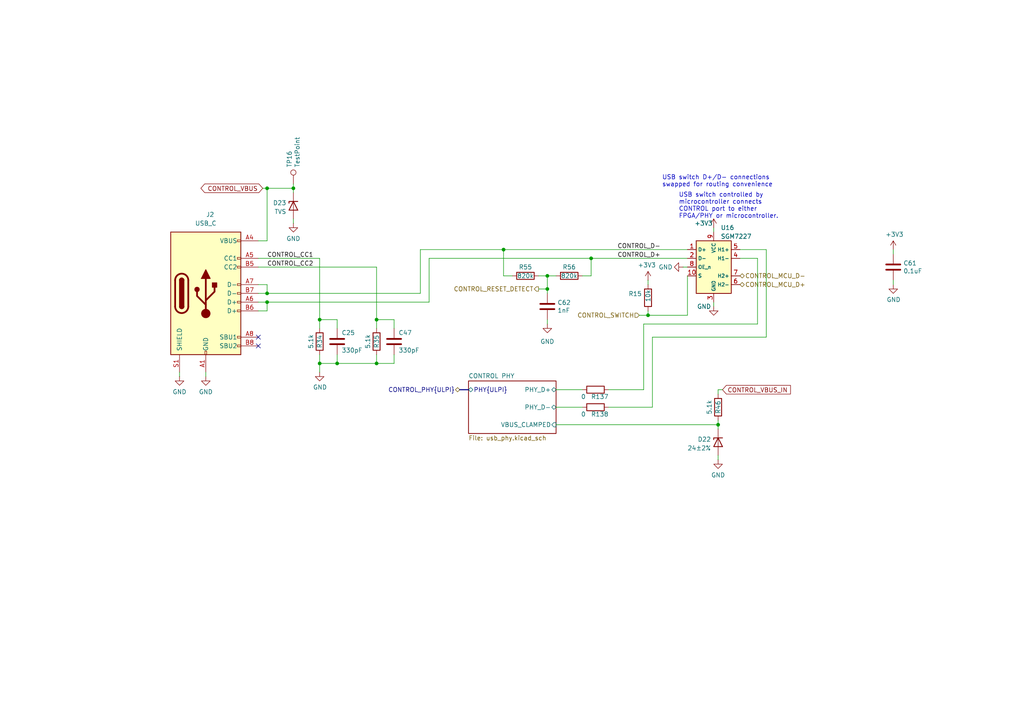
<source format=kicad_sch>
(kicad_sch
	(version 20231120)
	(generator "eeschema")
	(generator_version "8.0")
	(uuid "ff2f07b6-e56e-4d00-b780-bd949f5c5c6f")
	(paper "A4")
	(title_block
		(title "${TITLE}")
		(date "${DATE}")
		(rev "${VERSION}")
		(company "${COPYRIGHT}")
		(comment 1 "${LICENSE}")
	)
	(lib_symbols
		(symbol "Connector:TestPoint"
			(pin_numbers hide)
			(pin_names
				(offset 0.762) hide)
			(exclude_from_sim no)
			(in_bom yes)
			(on_board yes)
			(property "Reference" "TP"
				(at 0 6.858 0)
				(effects
					(font
						(size 1.27 1.27)
					)
				)
			)
			(property "Value" "TestPoint"
				(at 0 5.08 0)
				(effects
					(font
						(size 1.27 1.27)
					)
				)
			)
			(property "Footprint" ""
				(at 5.08 0 0)
				(effects
					(font
						(size 1.27 1.27)
					)
					(hide yes)
				)
			)
			(property "Datasheet" "~"
				(at 5.08 0 0)
				(effects
					(font
						(size 1.27 1.27)
					)
					(hide yes)
				)
			)
			(property "Description" "test point"
				(at 0 0 0)
				(effects
					(font
						(size 1.27 1.27)
					)
					(hide yes)
				)
			)
			(property "ki_keywords" "test point tp"
				(at 0 0 0)
				(effects
					(font
						(size 1.27 1.27)
					)
					(hide yes)
				)
			)
			(property "ki_fp_filters" "Pin* Test*"
				(at 0 0 0)
				(effects
					(font
						(size 1.27 1.27)
					)
					(hide yes)
				)
			)
			(symbol "TestPoint_0_1"
				(circle
					(center 0 3.302)
					(radius 0.762)
					(stroke
						(width 0)
						(type default)
					)
					(fill
						(type none)
					)
				)
			)
			(symbol "TestPoint_1_1"
				(pin passive line
					(at 0 0 90)
					(length 2.54)
					(name "1"
						(effects
							(font
								(size 1.27 1.27)
							)
						)
					)
					(number "1"
						(effects
							(font
								(size 1.27 1.27)
							)
						)
					)
				)
			)
		)
		(symbol "Connector:USB_C_Receptacle_USB2.0"
			(pin_names
				(offset 1.016)
			)
			(exclude_from_sim no)
			(in_bom yes)
			(on_board yes)
			(property "Reference" "J"
				(at -10.16 19.05 0)
				(effects
					(font
						(size 1.27 1.27)
					)
					(justify left)
				)
			)
			(property "Value" "USB_C_Receptacle_USB2.0"
				(at 19.05 19.05 0)
				(effects
					(font
						(size 1.27 1.27)
					)
					(justify right)
				)
			)
			(property "Footprint" ""
				(at 3.81 0 0)
				(effects
					(font
						(size 1.27 1.27)
					)
					(hide yes)
				)
			)
			(property "Datasheet" "https://www.usb.org/sites/default/files/documents/usb_type-c.zip"
				(at 3.81 0 0)
				(effects
					(font
						(size 1.27 1.27)
					)
					(hide yes)
				)
			)
			(property "Description" "USB 2.0-only Type-C Receptacle connector"
				(at 0 0 0)
				(effects
					(font
						(size 1.27 1.27)
					)
					(hide yes)
				)
			)
			(property "ki_keywords" "usb universal serial bus type-C USB2.0"
				(at 0 0 0)
				(effects
					(font
						(size 1.27 1.27)
					)
					(hide yes)
				)
			)
			(property "ki_fp_filters" "USB*C*Receptacle*"
				(at 0 0 0)
				(effects
					(font
						(size 1.27 1.27)
					)
					(hide yes)
				)
			)
			(symbol "USB_C_Receptacle_USB2.0_0_0"
				(rectangle
					(start -0.254 -17.78)
					(end 0.254 -16.764)
					(stroke
						(width 0)
						(type default)
					)
					(fill
						(type none)
					)
				)
				(rectangle
					(start 10.16 -14.986)
					(end 9.144 -15.494)
					(stroke
						(width 0)
						(type default)
					)
					(fill
						(type none)
					)
				)
				(rectangle
					(start 10.16 -12.446)
					(end 9.144 -12.954)
					(stroke
						(width 0)
						(type default)
					)
					(fill
						(type none)
					)
				)
				(rectangle
					(start 10.16 -4.826)
					(end 9.144 -5.334)
					(stroke
						(width 0)
						(type default)
					)
					(fill
						(type none)
					)
				)
				(rectangle
					(start 10.16 -2.286)
					(end 9.144 -2.794)
					(stroke
						(width 0)
						(type default)
					)
					(fill
						(type none)
					)
				)
				(rectangle
					(start 10.16 0.254)
					(end 9.144 -0.254)
					(stroke
						(width 0)
						(type default)
					)
					(fill
						(type none)
					)
				)
				(rectangle
					(start 10.16 2.794)
					(end 9.144 2.286)
					(stroke
						(width 0)
						(type default)
					)
					(fill
						(type none)
					)
				)
				(rectangle
					(start 10.16 7.874)
					(end 9.144 7.366)
					(stroke
						(width 0)
						(type default)
					)
					(fill
						(type none)
					)
				)
				(rectangle
					(start 10.16 10.414)
					(end 9.144 9.906)
					(stroke
						(width 0)
						(type default)
					)
					(fill
						(type none)
					)
				)
				(rectangle
					(start 10.16 15.494)
					(end 9.144 14.986)
					(stroke
						(width 0)
						(type default)
					)
					(fill
						(type none)
					)
				)
			)
			(symbol "USB_C_Receptacle_USB2.0_0_1"
				(rectangle
					(start -10.16 17.78)
					(end 10.16 -17.78)
					(stroke
						(width 0.254)
						(type default)
					)
					(fill
						(type background)
					)
				)
				(arc
					(start -8.89 -3.81)
					(mid -6.985 -5.7067)
					(end -5.08 -3.81)
					(stroke
						(width 0.508)
						(type default)
					)
					(fill
						(type none)
					)
				)
				(arc
					(start -7.62 -3.81)
					(mid -6.985 -4.4423)
					(end -6.35 -3.81)
					(stroke
						(width 0.254)
						(type default)
					)
					(fill
						(type none)
					)
				)
				(arc
					(start -7.62 -3.81)
					(mid -6.985 -4.4423)
					(end -6.35 -3.81)
					(stroke
						(width 0.254)
						(type default)
					)
					(fill
						(type outline)
					)
				)
				(rectangle
					(start -7.62 -3.81)
					(end -6.35 3.81)
					(stroke
						(width 0.254)
						(type default)
					)
					(fill
						(type outline)
					)
				)
				(arc
					(start -6.35 3.81)
					(mid -6.985 4.4423)
					(end -7.62 3.81)
					(stroke
						(width 0.254)
						(type default)
					)
					(fill
						(type none)
					)
				)
				(arc
					(start -6.35 3.81)
					(mid -6.985 4.4423)
					(end -7.62 3.81)
					(stroke
						(width 0.254)
						(type default)
					)
					(fill
						(type outline)
					)
				)
				(arc
					(start -5.08 3.81)
					(mid -6.985 5.7067)
					(end -8.89 3.81)
					(stroke
						(width 0.508)
						(type default)
					)
					(fill
						(type none)
					)
				)
				(circle
					(center -2.54 1.143)
					(radius 0.635)
					(stroke
						(width 0.254)
						(type default)
					)
					(fill
						(type outline)
					)
				)
				(circle
					(center 0 -5.842)
					(radius 1.27)
					(stroke
						(width 0)
						(type default)
					)
					(fill
						(type outline)
					)
				)
				(polyline
					(pts
						(xy -8.89 -3.81) (xy -8.89 3.81)
					)
					(stroke
						(width 0.508)
						(type default)
					)
					(fill
						(type none)
					)
				)
				(polyline
					(pts
						(xy -5.08 3.81) (xy -5.08 -3.81)
					)
					(stroke
						(width 0.508)
						(type default)
					)
					(fill
						(type none)
					)
				)
				(polyline
					(pts
						(xy 0 -5.842) (xy 0 4.318)
					)
					(stroke
						(width 0.508)
						(type default)
					)
					(fill
						(type none)
					)
				)
				(polyline
					(pts
						(xy 0 -3.302) (xy -2.54 -0.762) (xy -2.54 0.508)
					)
					(stroke
						(width 0.508)
						(type default)
					)
					(fill
						(type none)
					)
				)
				(polyline
					(pts
						(xy 0 -2.032) (xy 2.54 0.508) (xy 2.54 1.778)
					)
					(stroke
						(width 0.508)
						(type default)
					)
					(fill
						(type none)
					)
				)
				(polyline
					(pts
						(xy -1.27 4.318) (xy 0 6.858) (xy 1.27 4.318) (xy -1.27 4.318)
					)
					(stroke
						(width 0.254)
						(type default)
					)
					(fill
						(type outline)
					)
				)
				(rectangle
					(start 1.905 1.778)
					(end 3.175 3.048)
					(stroke
						(width 0.254)
						(type default)
					)
					(fill
						(type outline)
					)
				)
			)
			(symbol "USB_C_Receptacle_USB2.0_1_1"
				(pin passive line
					(at 0 -22.86 90)
					(length 5.08)
					(name "GND"
						(effects
							(font
								(size 1.27 1.27)
							)
						)
					)
					(number "A1"
						(effects
							(font
								(size 1.27 1.27)
							)
						)
					)
				)
				(pin passive line
					(at 0 -22.86 90)
					(length 5.08) hide
					(name "GND"
						(effects
							(font
								(size 1.27 1.27)
							)
						)
					)
					(number "A12"
						(effects
							(font
								(size 1.27 1.27)
							)
						)
					)
				)
				(pin passive line
					(at 15.24 15.24 180)
					(length 5.08)
					(name "VBUS"
						(effects
							(font
								(size 1.27 1.27)
							)
						)
					)
					(number "A4"
						(effects
							(font
								(size 1.27 1.27)
							)
						)
					)
				)
				(pin bidirectional line
					(at 15.24 10.16 180)
					(length 5.08)
					(name "CC1"
						(effects
							(font
								(size 1.27 1.27)
							)
						)
					)
					(number "A5"
						(effects
							(font
								(size 1.27 1.27)
							)
						)
					)
				)
				(pin bidirectional line
					(at 15.24 -2.54 180)
					(length 5.08)
					(name "D+"
						(effects
							(font
								(size 1.27 1.27)
							)
						)
					)
					(number "A6"
						(effects
							(font
								(size 1.27 1.27)
							)
						)
					)
				)
				(pin bidirectional line
					(at 15.24 2.54 180)
					(length 5.08)
					(name "D-"
						(effects
							(font
								(size 1.27 1.27)
							)
						)
					)
					(number "A7"
						(effects
							(font
								(size 1.27 1.27)
							)
						)
					)
				)
				(pin bidirectional line
					(at 15.24 -12.7 180)
					(length 5.08)
					(name "SBU1"
						(effects
							(font
								(size 1.27 1.27)
							)
						)
					)
					(number "A8"
						(effects
							(font
								(size 1.27 1.27)
							)
						)
					)
				)
				(pin passive line
					(at 15.24 15.24 180)
					(length 5.08) hide
					(name "VBUS"
						(effects
							(font
								(size 1.27 1.27)
							)
						)
					)
					(number "A9"
						(effects
							(font
								(size 1.27 1.27)
							)
						)
					)
				)
				(pin passive line
					(at 0 -22.86 90)
					(length 5.08) hide
					(name "GND"
						(effects
							(font
								(size 1.27 1.27)
							)
						)
					)
					(number "B1"
						(effects
							(font
								(size 1.27 1.27)
							)
						)
					)
				)
				(pin passive line
					(at 0 -22.86 90)
					(length 5.08) hide
					(name "GND"
						(effects
							(font
								(size 1.27 1.27)
							)
						)
					)
					(number "B12"
						(effects
							(font
								(size 1.27 1.27)
							)
						)
					)
				)
				(pin passive line
					(at 15.24 15.24 180)
					(length 5.08) hide
					(name "VBUS"
						(effects
							(font
								(size 1.27 1.27)
							)
						)
					)
					(number "B4"
						(effects
							(font
								(size 1.27 1.27)
							)
						)
					)
				)
				(pin bidirectional line
					(at 15.24 7.62 180)
					(length 5.08)
					(name "CC2"
						(effects
							(font
								(size 1.27 1.27)
							)
						)
					)
					(number "B5"
						(effects
							(font
								(size 1.27 1.27)
							)
						)
					)
				)
				(pin bidirectional line
					(at 15.24 -5.08 180)
					(length 5.08)
					(name "D+"
						(effects
							(font
								(size 1.27 1.27)
							)
						)
					)
					(number "B6"
						(effects
							(font
								(size 1.27 1.27)
							)
						)
					)
				)
				(pin bidirectional line
					(at 15.24 0 180)
					(length 5.08)
					(name "D-"
						(effects
							(font
								(size 1.27 1.27)
							)
						)
					)
					(number "B7"
						(effects
							(font
								(size 1.27 1.27)
							)
						)
					)
				)
				(pin bidirectional line
					(at 15.24 -15.24 180)
					(length 5.08)
					(name "SBU2"
						(effects
							(font
								(size 1.27 1.27)
							)
						)
					)
					(number "B8"
						(effects
							(font
								(size 1.27 1.27)
							)
						)
					)
				)
				(pin passive line
					(at 15.24 15.24 180)
					(length 5.08) hide
					(name "VBUS"
						(effects
							(font
								(size 1.27 1.27)
							)
						)
					)
					(number "B9"
						(effects
							(font
								(size 1.27 1.27)
							)
						)
					)
				)
				(pin passive line
					(at -7.62 -22.86 90)
					(length 5.08)
					(name "SHIELD"
						(effects
							(font
								(size 1.27 1.27)
							)
						)
					)
					(number "S1"
						(effects
							(font
								(size 1.27 1.27)
							)
						)
					)
				)
			)
		)
		(symbol "Device:C"
			(pin_numbers hide)
			(pin_names
				(offset 0.254)
			)
			(exclude_from_sim no)
			(in_bom yes)
			(on_board yes)
			(property "Reference" "C"
				(at 0.635 2.54 0)
				(effects
					(font
						(size 1.27 1.27)
					)
					(justify left)
				)
			)
			(property "Value" "C"
				(at 0.635 -2.54 0)
				(effects
					(font
						(size 1.27 1.27)
					)
					(justify left)
				)
			)
			(property "Footprint" ""
				(at 0.9652 -3.81 0)
				(effects
					(font
						(size 1.27 1.27)
					)
					(hide yes)
				)
			)
			(property "Datasheet" "~"
				(at 0 0 0)
				(effects
					(font
						(size 1.27 1.27)
					)
					(hide yes)
				)
			)
			(property "Description" "Unpolarized capacitor"
				(at 0 0 0)
				(effects
					(font
						(size 1.27 1.27)
					)
					(hide yes)
				)
			)
			(property "ki_keywords" "cap capacitor"
				(at 0 0 0)
				(effects
					(font
						(size 1.27 1.27)
					)
					(hide yes)
				)
			)
			(property "ki_fp_filters" "C_*"
				(at 0 0 0)
				(effects
					(font
						(size 1.27 1.27)
					)
					(hide yes)
				)
			)
			(symbol "C_0_1"
				(polyline
					(pts
						(xy -2.032 -0.762) (xy 2.032 -0.762)
					)
					(stroke
						(width 0.508)
						(type default)
					)
					(fill
						(type none)
					)
				)
				(polyline
					(pts
						(xy -2.032 0.762) (xy 2.032 0.762)
					)
					(stroke
						(width 0.508)
						(type default)
					)
					(fill
						(type none)
					)
				)
			)
			(symbol "C_1_1"
				(pin passive line
					(at 0 3.81 270)
					(length 2.794)
					(name "~"
						(effects
							(font
								(size 1.27 1.27)
							)
						)
					)
					(number "1"
						(effects
							(font
								(size 1.27 1.27)
							)
						)
					)
				)
				(pin passive line
					(at 0 -3.81 90)
					(length 2.794)
					(name "~"
						(effects
							(font
								(size 1.27 1.27)
							)
						)
					)
					(number "2"
						(effects
							(font
								(size 1.27 1.27)
							)
						)
					)
				)
			)
		)
		(symbol "Device:D_Zener"
			(pin_numbers hide)
			(pin_names
				(offset 1.016) hide)
			(exclude_from_sim no)
			(in_bom yes)
			(on_board yes)
			(property "Reference" "D"
				(at 0 2.54 0)
				(effects
					(font
						(size 1.27 1.27)
					)
				)
			)
			(property "Value" "D_Zener"
				(at 0 -2.54 0)
				(effects
					(font
						(size 1.27 1.27)
					)
				)
			)
			(property "Footprint" ""
				(at 0 0 0)
				(effects
					(font
						(size 1.27 1.27)
					)
					(hide yes)
				)
			)
			(property "Datasheet" "~"
				(at 0 0 0)
				(effects
					(font
						(size 1.27 1.27)
					)
					(hide yes)
				)
			)
			(property "Description" "Zener diode"
				(at 0 0 0)
				(effects
					(font
						(size 1.27 1.27)
					)
					(hide yes)
				)
			)
			(property "ki_keywords" "diode"
				(at 0 0 0)
				(effects
					(font
						(size 1.27 1.27)
					)
					(hide yes)
				)
			)
			(property "ki_fp_filters" "TO-???* *_Diode_* *SingleDiode* D_*"
				(at 0 0 0)
				(effects
					(font
						(size 1.27 1.27)
					)
					(hide yes)
				)
			)
			(symbol "D_Zener_0_1"
				(polyline
					(pts
						(xy 1.27 0) (xy -1.27 0)
					)
					(stroke
						(width 0)
						(type default)
					)
					(fill
						(type none)
					)
				)
				(polyline
					(pts
						(xy -1.27 -1.27) (xy -1.27 1.27) (xy -0.762 1.27)
					)
					(stroke
						(width 0.254)
						(type default)
					)
					(fill
						(type none)
					)
				)
				(polyline
					(pts
						(xy 1.27 -1.27) (xy 1.27 1.27) (xy -1.27 0) (xy 1.27 -1.27)
					)
					(stroke
						(width 0.254)
						(type default)
					)
					(fill
						(type none)
					)
				)
			)
			(symbol "D_Zener_1_1"
				(pin passive line
					(at -3.81 0 0)
					(length 2.54)
					(name "K"
						(effects
							(font
								(size 1.27 1.27)
							)
						)
					)
					(number "1"
						(effects
							(font
								(size 1.27 1.27)
							)
						)
					)
				)
				(pin passive line
					(at 3.81 0 180)
					(length 2.54)
					(name "A"
						(effects
							(font
								(size 1.27 1.27)
							)
						)
					)
					(number "2"
						(effects
							(font
								(size 1.27 1.27)
							)
						)
					)
				)
			)
		)
		(symbol "Device:R"
			(pin_numbers hide)
			(pin_names
				(offset 0)
			)
			(exclude_from_sim no)
			(in_bom yes)
			(on_board yes)
			(property "Reference" "R"
				(at 2.032 0 90)
				(effects
					(font
						(size 1.27 1.27)
					)
				)
			)
			(property "Value" "R"
				(at 0 0 90)
				(effects
					(font
						(size 1.27 1.27)
					)
				)
			)
			(property "Footprint" ""
				(at -1.778 0 90)
				(effects
					(font
						(size 1.27 1.27)
					)
					(hide yes)
				)
			)
			(property "Datasheet" "~"
				(at 0 0 0)
				(effects
					(font
						(size 1.27 1.27)
					)
					(hide yes)
				)
			)
			(property "Description" "Resistor"
				(at 0 0 0)
				(effects
					(font
						(size 1.27 1.27)
					)
					(hide yes)
				)
			)
			(property "ki_keywords" "R res resistor"
				(at 0 0 0)
				(effects
					(font
						(size 1.27 1.27)
					)
					(hide yes)
				)
			)
			(property "ki_fp_filters" "R_*"
				(at 0 0 0)
				(effects
					(font
						(size 1.27 1.27)
					)
					(hide yes)
				)
			)
			(symbol "R_0_1"
				(rectangle
					(start -1.016 -2.54)
					(end 1.016 2.54)
					(stroke
						(width 0.254)
						(type default)
					)
					(fill
						(type none)
					)
				)
			)
			(symbol "R_1_1"
				(pin passive line
					(at 0 3.81 270)
					(length 1.27)
					(name "~"
						(effects
							(font
								(size 1.27 1.27)
							)
						)
					)
					(number "1"
						(effects
							(font
								(size 1.27 1.27)
							)
						)
					)
				)
				(pin passive line
					(at 0 -3.81 90)
					(length 1.27)
					(name "~"
						(effects
							(font
								(size 1.27 1.27)
							)
						)
					)
					(number "2"
						(effects
							(font
								(size 1.27 1.27)
							)
						)
					)
				)
			)
		)
		(symbol "Project:SGM7227"
			(exclude_from_sim no)
			(in_bom yes)
			(on_board yes)
			(property "Reference" "U?"
				(at 0 0 0)
				(effects
					(font
						(size 1.27 1.27)
					)
				)
			)
			(property "Value" "SGM7227"
				(at 0 0 0)
				(effects
					(font
						(size 1.27 1.27)
					)
				)
			)
			(property "Footprint" "Porject:SGM7227-QFN10"
				(at 0 0 0)
				(effects
					(font
						(size 1.27 1.27)
					)
				)
			)
			(property "Datasheet" ""
				(at 0 0 0)
				(effects
					(font
						(size 1.27 1.27)
					)
					(hide yes)
				)
			)
			(property "Description" ""
				(at 0 0 0)
				(effects
					(font
						(size 1.27 1.27)
					)
					(hide yes)
				)
			)
			(symbol "SGM7227_0_1"
				(rectangle
					(start 2.54 0)
					(end 12.7 -15.24)
					(stroke
						(width 0.254)
						(type default)
					)
					(fill
						(type background)
					)
				)
			)
			(symbol "SGM7227_1_1"
				(pin passive line
					(at 0 -2.54 0)
					(length 2.54)
					(name "D+"
						(effects
							(font
								(size 1.016 1.016)
							)
						)
					)
					(number "1"
						(effects
							(font
								(size 1.27 1.27)
							)
						)
					)
				)
				(pin passive line
					(at 0 -10.16 0)
					(length 2.54)
					(name "S"
						(effects
							(font
								(size 1.016 1.016)
							)
						)
					)
					(number "10"
						(effects
							(font
								(size 1.27 1.27)
							)
						)
					)
				)
				(pin passive line
					(at 0 -5.08 0)
					(length 2.54)
					(name "D-"
						(effects
							(font
								(size 1.016 1.016)
							)
						)
					)
					(number "2"
						(effects
							(font
								(size 1.27 1.27)
							)
						)
					)
				)
				(pin passive line
					(at 7.62 -17.78 90)
					(length 2.54)
					(name "GND"
						(effects
							(font
								(size 1.016 1.016)
							)
						)
					)
					(number "3"
						(effects
							(font
								(size 1.27 1.27)
							)
						)
					)
				)
				(pin passive line
					(at 15.24 -5.08 180)
					(length 2.54)
					(name "H1-"
						(effects
							(font
								(size 1.016 1.016)
							)
						)
					)
					(number "4"
						(effects
							(font
								(size 1.27 1.27)
							)
						)
					)
				)
				(pin passive line
					(at 15.24 -2.54 180)
					(length 2.54)
					(name "H1+"
						(effects
							(font
								(size 1.016 1.016)
							)
						)
					)
					(number "5"
						(effects
							(font
								(size 1.27 1.27)
							)
						)
					)
				)
				(pin passive line
					(at 15.24 -12.7 180)
					(length 2.54)
					(name "H2-"
						(effects
							(font
								(size 1.016 1.016)
							)
						)
					)
					(number "6"
						(effects
							(font
								(size 1.27 1.27)
							)
						)
					)
				)
				(pin passive line
					(at 15.24 -10.16 180)
					(length 2.54)
					(name "H2+"
						(effects
							(font
								(size 1.016 1.016)
							)
						)
					)
					(number "7"
						(effects
							(font
								(size 1.27 1.27)
							)
						)
					)
				)
				(pin passive line
					(at 0 -7.62 0)
					(length 2.54)
					(name "OE_n"
						(effects
							(font
								(size 1.016 1.016)
							)
						)
					)
					(number "8"
						(effects
							(font
								(size 1.27 1.27)
							)
						)
					)
				)
				(pin passive line
					(at 7.62 2.54 270)
					(length 2.54)
					(name "VCC"
						(effects
							(font
								(size 1.016 1.016)
							)
						)
					)
					(number "9"
						(effects
							(font
								(size 1.27 1.27)
							)
						)
					)
				)
			)
		)
		(symbol "power:+3V3"
			(power)
			(pin_numbers hide)
			(pin_names
				(offset 0) hide)
			(exclude_from_sim no)
			(in_bom yes)
			(on_board yes)
			(property "Reference" "#PWR"
				(at 0 -3.81 0)
				(effects
					(font
						(size 1.27 1.27)
					)
					(hide yes)
				)
			)
			(property "Value" "+3V3"
				(at 0 3.556 0)
				(effects
					(font
						(size 1.27 1.27)
					)
				)
			)
			(property "Footprint" ""
				(at 0 0 0)
				(effects
					(font
						(size 1.27 1.27)
					)
					(hide yes)
				)
			)
			(property "Datasheet" ""
				(at 0 0 0)
				(effects
					(font
						(size 1.27 1.27)
					)
					(hide yes)
				)
			)
			(property "Description" "Power symbol creates a global label with name \"+3V3\""
				(at 0 0 0)
				(effects
					(font
						(size 1.27 1.27)
					)
					(hide yes)
				)
			)
			(property "ki_keywords" "global power"
				(at 0 0 0)
				(effects
					(font
						(size 1.27 1.27)
					)
					(hide yes)
				)
			)
			(symbol "+3V3_0_1"
				(polyline
					(pts
						(xy -0.762 1.27) (xy 0 2.54)
					)
					(stroke
						(width 0)
						(type default)
					)
					(fill
						(type none)
					)
				)
				(polyline
					(pts
						(xy 0 0) (xy 0 2.54)
					)
					(stroke
						(width 0)
						(type default)
					)
					(fill
						(type none)
					)
				)
				(polyline
					(pts
						(xy 0 2.54) (xy 0.762 1.27)
					)
					(stroke
						(width 0)
						(type default)
					)
					(fill
						(type none)
					)
				)
			)
			(symbol "+3V3_1_1"
				(pin power_in line
					(at 0 0 90)
					(length 0)
					(name "~"
						(effects
							(font
								(size 1.27 1.27)
							)
						)
					)
					(number "1"
						(effects
							(font
								(size 1.27 1.27)
							)
						)
					)
				)
			)
		)
		(symbol "power:GND"
			(power)
			(pin_numbers hide)
			(pin_names
				(offset 0) hide)
			(exclude_from_sim no)
			(in_bom yes)
			(on_board yes)
			(property "Reference" "#PWR"
				(at 0 -6.35 0)
				(effects
					(font
						(size 1.27 1.27)
					)
					(hide yes)
				)
			)
			(property "Value" "GND"
				(at 0 -3.81 0)
				(effects
					(font
						(size 1.27 1.27)
					)
				)
			)
			(property "Footprint" ""
				(at 0 0 0)
				(effects
					(font
						(size 1.27 1.27)
					)
					(hide yes)
				)
			)
			(property "Datasheet" ""
				(at 0 0 0)
				(effects
					(font
						(size 1.27 1.27)
					)
					(hide yes)
				)
			)
			(property "Description" "Power symbol creates a global label with name \"GND\" , ground"
				(at 0 0 0)
				(effects
					(font
						(size 1.27 1.27)
					)
					(hide yes)
				)
			)
			(property "ki_keywords" "global power"
				(at 0 0 0)
				(effects
					(font
						(size 1.27 1.27)
					)
					(hide yes)
				)
			)
			(symbol "GND_0_1"
				(polyline
					(pts
						(xy 0 0) (xy 0 -1.27) (xy 1.27 -1.27) (xy 0 -2.54) (xy -1.27 -1.27) (xy 0 -1.27)
					)
					(stroke
						(width 0)
						(type default)
					)
					(fill
						(type none)
					)
				)
			)
			(symbol "GND_1_1"
				(pin power_in line
					(at 0 0 270)
					(length 0)
					(name "~"
						(effects
							(font
								(size 1.27 1.27)
							)
						)
					)
					(number "1"
						(effects
							(font
								(size 1.27 1.27)
							)
						)
					)
				)
			)
		)
	)
	(junction
		(at 158.75 80.01)
		(diameter 0)
		(color 0 0 0 0)
		(uuid "1f239562-b994-47f3-865f-52a3aa869f60")
	)
	(junction
		(at 208.28 123.19)
		(diameter 0)
		(color 0 0 0 0)
		(uuid "20522930-4d3e-44f8-adb5-bdda24b6dc68")
	)
	(junction
		(at 92.71 92.71)
		(diameter 0)
		(color 0 0 0 0)
		(uuid "2873aab8-a316-4343-9758-0748f9bc0c6d")
	)
	(junction
		(at 77.47 85.09)
		(diameter 0)
		(color 0 0 0 0)
		(uuid "29ccf050-697c-43cc-96c7-a36cb05ce453")
	)
	(junction
		(at 97.79 105.41)
		(diameter 0)
		(color 0 0 0 0)
		(uuid "3edb83ea-d26a-4a5b-b92f-9bfc6156c6f9")
	)
	(junction
		(at 187.96 91.44)
		(diameter 0)
		(color 0 0 0 0)
		(uuid "6b4e78ab-e193-4b74-a0f5-9d2028adbd44")
	)
	(junction
		(at 109.22 92.71)
		(diameter 0)
		(color 0 0 0 0)
		(uuid "8868ec05-54e6-456f-a35d-dd4af76b5f04")
	)
	(junction
		(at 77.47 87.63)
		(diameter 0)
		(color 0 0 0 0)
		(uuid "88c9972c-79dc-4df9-8f73-14af499a516a")
	)
	(junction
		(at 85.09 54.61)
		(diameter 0)
		(color 0 0 0 0)
		(uuid "8c5223fc-1679-4a47-8a23-069f570f2e50")
	)
	(junction
		(at 92.71 105.41)
		(diameter 0)
		(color 0 0 0 0)
		(uuid "96095184-8e7a-49e3-a8de-40535c44bdb7")
	)
	(junction
		(at 171.45 74.93)
		(diameter 0)
		(color 0 0 0 0)
		(uuid "bfc12f39-9280-409e-8f30-72d57387f39d")
	)
	(junction
		(at 158.75 83.82)
		(diameter 0)
		(color 0 0 0 0)
		(uuid "d98fae5b-0e11-4f0a-8748-5754926f8606")
	)
	(junction
		(at 146.05 72.39)
		(diameter 0)
		(color 0 0 0 0)
		(uuid "e9f15ca6-b82e-426c-b34e-5638c2f69af7")
	)
	(junction
		(at 109.22 105.41)
		(diameter 0)
		(color 0 0 0 0)
		(uuid "f8652f14-83f9-4b43-9dd9-c004c706ca63")
	)
	(junction
		(at 77.47 54.61)
		(diameter 0)
		(color 0 0 0 0)
		(uuid "fa36d071-12ed-4368-b03f-75baf082fd43")
	)
	(no_connect
		(at 74.93 100.33)
		(uuid "1ccc34ff-b2e0-461e-9152-b6feb8dd89a2")
	)
	(no_connect
		(at 74.93 97.79)
		(uuid "a0e344f2-e011-4eb6-99dd-089e78fec5a2")
	)
	(wire
		(pts
			(xy 121.92 85.09) (xy 121.92 72.39)
		)
		(stroke
			(width 0)
			(type default)
		)
		(uuid "01dcad7d-917c-4545-b140-75ba5bb2def3")
	)
	(wire
		(pts
			(xy 77.47 69.85) (xy 74.93 69.85)
		)
		(stroke
			(width 0)
			(type default)
		)
		(uuid "04063174-7fc3-42bd-9e6d-2540db55876d")
	)
	(wire
		(pts
			(xy 199.39 80.01) (xy 199.39 91.44)
		)
		(stroke
			(width 0)
			(type default)
		)
		(uuid "048a1516-cbd1-43d9-9a75-9b0d4dfeb6cf")
	)
	(wire
		(pts
			(xy 77.47 54.61) (xy 77.47 69.85)
		)
		(stroke
			(width 0)
			(type default)
		)
		(uuid "0566f7b4-ae17-4a6d-8ace-d57569e67fda")
	)
	(wire
		(pts
			(xy 52.07 107.95) (xy 52.07 109.22)
		)
		(stroke
			(width 0)
			(type default)
		)
		(uuid "06c6d2c0-740c-47c4-9b48-b94dadc2caf1")
	)
	(wire
		(pts
			(xy 187.96 81.28) (xy 187.96 82.55)
		)
		(stroke
			(width 0)
			(type default)
		)
		(uuid "20e1caf8-30bf-4a65-bfce-d01122877593")
	)
	(wire
		(pts
			(xy 207.01 87.63) (xy 207.01 88.9)
		)
		(stroke
			(width 0)
			(type default)
		)
		(uuid "2b0e74f4-96d0-4987-91a4-52e220da05fc")
	)
	(wire
		(pts
			(xy 219.71 93.98) (xy 219.71 74.93)
		)
		(stroke
			(width 0)
			(type default)
		)
		(uuid "2d50a458-45c3-444b-871f-763e30f1961f")
	)
	(wire
		(pts
			(xy 74.93 77.47) (xy 109.22 77.47)
		)
		(stroke
			(width 0)
			(type default)
		)
		(uuid "32ec11e9-1c37-4482-a28a-1d63f1aa68a0")
	)
	(wire
		(pts
			(xy 114.3 105.41) (xy 109.22 105.41)
		)
		(stroke
			(width 0)
			(type default)
		)
		(uuid "362785eb-a9b8-416f-9a6e-2ca8e30a8951")
	)
	(wire
		(pts
			(xy 161.29 118.11) (xy 168.91 118.11)
		)
		(stroke
			(width 0)
			(type default)
		)
		(uuid "3dfd7c85-6894-4d33-91d3-98f089532565")
	)
	(wire
		(pts
			(xy 92.71 95.25) (xy 92.71 92.71)
		)
		(stroke
			(width 0)
			(type default)
		)
		(uuid "3fba567e-229f-4ad6-b189-5ea039e0f838")
	)
	(wire
		(pts
			(xy 176.53 113.03) (xy 186.69 113.03)
		)
		(stroke
			(width 0)
			(type default)
		)
		(uuid "40434cdc-80ac-46cf-9fd8-bcffe9ccee25")
	)
	(wire
		(pts
			(xy 158.75 80.01) (xy 161.29 80.01)
		)
		(stroke
			(width 0)
			(type default)
		)
		(uuid "43c773b2-b7b2-4fbc-9111-aaee7adb217d")
	)
	(wire
		(pts
			(xy 208.28 123.19) (xy 208.28 124.46)
		)
		(stroke
			(width 0)
			(type default)
		)
		(uuid "4d354520-e337-4e20-88ca-dce03ebbfe71")
	)
	(wire
		(pts
			(xy 121.92 72.39) (xy 146.05 72.39)
		)
		(stroke
			(width 0)
			(type default)
		)
		(uuid "4fa349ee-cb14-4b17-a028-4504965b3d80")
	)
	(wire
		(pts
			(xy 109.22 77.47) (xy 109.22 92.71)
		)
		(stroke
			(width 0)
			(type default)
		)
		(uuid "510faa4e-2e17-4583-89b5-4502c7d50387")
	)
	(wire
		(pts
			(xy 97.79 102.87) (xy 97.79 105.41)
		)
		(stroke
			(width 0)
			(type default)
		)
		(uuid "51e9868b-6896-44b7-b83c-4606a1a71c19")
	)
	(wire
		(pts
			(xy 114.3 95.25) (xy 114.3 92.71)
		)
		(stroke
			(width 0)
			(type default)
		)
		(uuid "52a1e6d9-ca53-418b-a05d-bfc8475b4bb0")
	)
	(wire
		(pts
			(xy 158.75 83.82) (xy 156.21 83.82)
		)
		(stroke
			(width 0)
			(type default)
		)
		(uuid "553d916c-a1f4-420a-9c7d-32c7fa0e090b")
	)
	(wire
		(pts
			(xy 74.93 85.09) (xy 77.47 85.09)
		)
		(stroke
			(width 0)
			(type default)
		)
		(uuid "56053f96-1c2b-4193-b1dd-e9e689c3894b")
	)
	(wire
		(pts
			(xy 199.39 74.93) (xy 171.45 74.93)
		)
		(stroke
			(width 0)
			(type default)
		)
		(uuid "5a2e6ab0-4138-4ad2-8e02-5ef63a71610c")
	)
	(wire
		(pts
			(xy 222.25 72.39) (xy 214.63 72.39)
		)
		(stroke
			(width 0)
			(type default)
		)
		(uuid "5cb2cb6c-cba7-40bf-b5ac-06d7d101bf92")
	)
	(wire
		(pts
			(xy 186.69 93.98) (xy 186.69 113.03)
		)
		(stroke
			(width 0)
			(type default)
		)
		(uuid "5f6d411f-6cbb-4f52-80cc-64d8a5d9f685")
	)
	(wire
		(pts
			(xy 158.75 83.82) (xy 158.75 85.09)
		)
		(stroke
			(width 0)
			(type default)
		)
		(uuid "6049668e-c799-4718-92da-a2b5e996748d")
	)
	(wire
		(pts
			(xy 76.2 54.61) (xy 77.47 54.61)
		)
		(stroke
			(width 0)
			(type default)
		)
		(uuid "620a3ba8-45b6-4ba5-b327-1df814f1bded")
	)
	(wire
		(pts
			(xy 259.08 81.28) (xy 259.08 82.55)
		)
		(stroke
			(width 0)
			(type default)
		)
		(uuid "62f9e58c-e836-471d-814b-b92e5bada566")
	)
	(wire
		(pts
			(xy 219.71 74.93) (xy 214.63 74.93)
		)
		(stroke
			(width 0)
			(type default)
		)
		(uuid "6406b956-c2cc-4265-b391-0e72b11d6ead")
	)
	(bus
		(pts
			(xy 133.35 113.03) (xy 135.89 113.03)
		)
		(stroke
			(width 0)
			(type default)
		)
		(uuid "6b55c7e0-ed22-4cb2-b712-d56eb29af5b3")
	)
	(wire
		(pts
			(xy 171.45 80.01) (xy 168.91 80.01)
		)
		(stroke
			(width 0)
			(type default)
		)
		(uuid "717ffe00-70c3-414b-825a-784dc0d9bd45")
	)
	(wire
		(pts
			(xy 92.71 105.41) (xy 92.71 107.95)
		)
		(stroke
			(width 0)
			(type default)
		)
		(uuid "73327512-21e9-43c4-80ed-f8a849c3d033")
	)
	(wire
		(pts
			(xy 146.05 72.39) (xy 199.39 72.39)
		)
		(stroke
			(width 0)
			(type default)
		)
		(uuid "75ff5031-e801-4a9f-b330-8e800007e08a")
	)
	(wire
		(pts
			(xy 171.45 74.93) (xy 171.45 80.01)
		)
		(stroke
			(width 0)
			(type default)
		)
		(uuid "7aae1622-bc07-4977-8025-954d47f2f112")
	)
	(wire
		(pts
			(xy 186.69 93.98) (xy 219.71 93.98)
		)
		(stroke
			(width 0)
			(type default)
		)
		(uuid "7e519c1f-ce8d-4713-a59d-7d1cec91d323")
	)
	(wire
		(pts
			(xy 85.09 64.77) (xy 85.09 63.5)
		)
		(stroke
			(width 0)
			(type default)
		)
		(uuid "7f184165-dc80-4942-9071-4c7ec893ab3b")
	)
	(wire
		(pts
			(xy 198.12 77.47) (xy 199.39 77.47)
		)
		(stroke
			(width 0)
			(type default)
		)
		(uuid "866e1f77-01c3-4d4f-9fe4-3245cb7f6c7f")
	)
	(wire
		(pts
			(xy 77.47 54.61) (xy 85.09 54.61)
		)
		(stroke
			(width 0)
			(type default)
		)
		(uuid "869799bd-970d-4ce4-908e-8d2ae7f3b5f4")
	)
	(wire
		(pts
			(xy 189.23 97.79) (xy 189.23 118.11)
		)
		(stroke
			(width 0)
			(type default)
		)
		(uuid "8e01851b-28ea-4ea6-8968-7d14da8cfa66")
	)
	(wire
		(pts
			(xy 92.71 74.93) (xy 92.71 92.71)
		)
		(stroke
			(width 0)
			(type default)
		)
		(uuid "8f7a136d-7c4a-4349-ae83-868044ab77cb")
	)
	(wire
		(pts
			(xy 74.93 82.55) (xy 77.47 82.55)
		)
		(stroke
			(width 0)
			(type default)
		)
		(uuid "902c04f2-a420-4b1e-9295-63884f6876c4")
	)
	(wire
		(pts
			(xy 74.93 87.63) (xy 77.47 87.63)
		)
		(stroke
			(width 0)
			(type default)
		)
		(uuid "94f8fbb6-ba52-4e69-8dfb-1109da43ac53")
	)
	(wire
		(pts
			(xy 259.08 72.39) (xy 259.08 73.66)
		)
		(stroke
			(width 0)
			(type default)
		)
		(uuid "9fb1fd49-28ae-4611-8ecd-e6d8d5422ec5")
	)
	(wire
		(pts
			(xy 121.92 85.09) (xy 77.47 85.09)
		)
		(stroke
			(width 0)
			(type default)
		)
		(uuid "a0739927-bcf1-45d5-be86-d6d4a797f4df")
	)
	(wire
		(pts
			(xy 77.47 82.55) (xy 77.47 85.09)
		)
		(stroke
			(width 0)
			(type default)
		)
		(uuid "a2232439-ae61-4e90-af28-bd9a94659442")
	)
	(wire
		(pts
			(xy 208.28 114.3) (xy 208.28 113.03)
		)
		(stroke
			(width 0)
			(type default)
		)
		(uuid "a584ba5d-5726-44d6-939c-a8a34ac34bec")
	)
	(wire
		(pts
			(xy 97.79 95.25) (xy 97.79 92.71)
		)
		(stroke
			(width 0)
			(type default)
		)
		(uuid "a6c568f2-a25b-4bc2-b918-89e2999a439d")
	)
	(wire
		(pts
			(xy 74.93 74.93) (xy 92.71 74.93)
		)
		(stroke
			(width 0)
			(type default)
		)
		(uuid "a724e25b-07f8-4292-b401-ae88218917dd")
	)
	(wire
		(pts
			(xy 208.28 123.19) (xy 161.29 123.19)
		)
		(stroke
			(width 0)
			(type default)
		)
		(uuid "abd113de-df7b-40d9-bbbe-3be2d5eaf81d")
	)
	(wire
		(pts
			(xy 208.28 121.92) (xy 208.28 123.19)
		)
		(stroke
			(width 0)
			(type default)
		)
		(uuid "ad0e54b0-207c-4793-8534-1ecf1121a548")
	)
	(wire
		(pts
			(xy 77.47 87.63) (xy 77.47 90.17)
		)
		(stroke
			(width 0)
			(type default)
		)
		(uuid "af2c39d3-4a95-45d3-ac0e-fa1762ff1020")
	)
	(wire
		(pts
			(xy 222.25 97.79) (xy 222.25 72.39)
		)
		(stroke
			(width 0)
			(type default)
		)
		(uuid "b31c6a20-d93b-4c32-8242-b7e034aca44c")
	)
	(wire
		(pts
			(xy 124.46 87.63) (xy 77.47 87.63)
		)
		(stroke
			(width 0)
			(type default)
		)
		(uuid "b41fe818-9bc4-4eb4-9f42-c417f9e0559f")
	)
	(wire
		(pts
			(xy 92.71 102.87) (xy 92.71 105.41)
		)
		(stroke
			(width 0)
			(type default)
		)
		(uuid "b5f120c5-e054-4cfe-867f-4f03a10c66ed")
	)
	(wire
		(pts
			(xy 124.46 74.93) (xy 124.46 87.63)
		)
		(stroke
			(width 0)
			(type default)
		)
		(uuid "bd979880-ecae-4c3a-b081-4ba3a1066461")
	)
	(wire
		(pts
			(xy 97.79 105.41) (xy 109.22 105.41)
		)
		(stroke
			(width 0)
			(type default)
		)
		(uuid "c4c39b0d-9b73-411a-82d2-b5f916612fa5")
	)
	(wire
		(pts
			(xy 156.21 80.01) (xy 158.75 80.01)
		)
		(stroke
			(width 0)
			(type default)
		)
		(uuid "c66e53d8-8a32-4dbe-b982-6fa33f496f21")
	)
	(wire
		(pts
			(xy 59.69 107.95) (xy 59.69 109.22)
		)
		(stroke
			(width 0)
			(type default)
		)
		(uuid "c71bace8-f215-4acd-b370-9b6f2f3f8276")
	)
	(wire
		(pts
			(xy 92.71 105.41) (xy 97.79 105.41)
		)
		(stroke
			(width 0)
			(type default)
		)
		(uuid "c9010476-06b7-4fdd-b859-21ebbf930be8")
	)
	(wire
		(pts
			(xy 161.29 113.03) (xy 168.91 113.03)
		)
		(stroke
			(width 0)
			(type default)
		)
		(uuid "c947ab9e-a541-426c-93a9-cbafa388c0b9")
	)
	(wire
		(pts
			(xy 114.3 92.71) (xy 109.22 92.71)
		)
		(stroke
			(width 0)
			(type default)
		)
		(uuid "d06504d4-863a-4a19-b19b-4559611ae761")
	)
	(wire
		(pts
			(xy 199.39 91.44) (xy 187.96 91.44)
		)
		(stroke
			(width 0)
			(type default)
		)
		(uuid "d3d3de5b-80bb-41d7-ad1d-d0cbacfa83e6")
	)
	(wire
		(pts
			(xy 207.01 66.04) (xy 207.01 67.31)
		)
		(stroke
			(width 0)
			(type default)
		)
		(uuid "d3f55cd6-d09d-4e22-af43-007172c7066b")
	)
	(wire
		(pts
			(xy 158.75 92.71) (xy 158.75 93.98)
		)
		(stroke
			(width 0)
			(type default)
		)
		(uuid "d4ac20d0-b3f4-4608-8fef-47bee6b62c2f")
	)
	(wire
		(pts
			(xy 114.3 102.87) (xy 114.3 105.41)
		)
		(stroke
			(width 0)
			(type default)
		)
		(uuid "d576c0ad-ee53-46e2-9d2e-fea3cde82502")
	)
	(wire
		(pts
			(xy 92.71 92.71) (xy 97.79 92.71)
		)
		(stroke
			(width 0)
			(type default)
		)
		(uuid "d6f21d00-ec24-4b0e-b047-67e68a94ce44")
	)
	(wire
		(pts
			(xy 146.05 72.39) (xy 146.05 80.01)
		)
		(stroke
			(width 0)
			(type default)
		)
		(uuid "d6f8369f-f72a-4eb2-8df2-34e2754a3a5f")
	)
	(wire
		(pts
			(xy 85.09 53.34) (xy 85.09 54.61)
		)
		(stroke
			(width 0)
			(type default)
		)
		(uuid "da81207f-4b22-4783-ae4d-51b17956c92b")
	)
	(wire
		(pts
			(xy 208.28 132.08) (xy 208.28 133.35)
		)
		(stroke
			(width 0)
			(type default)
		)
		(uuid "dacafd51-8038-41a6-8f21-0a1a1eb07891")
	)
	(wire
		(pts
			(xy 187.96 91.44) (xy 185.42 91.44)
		)
		(stroke
			(width 0)
			(type default)
		)
		(uuid "dc5c484d-70da-4bc5-9114-86d51f9f9aab")
	)
	(wire
		(pts
			(xy 146.05 80.01) (xy 148.59 80.01)
		)
		(stroke
			(width 0)
			(type default)
		)
		(uuid "e0784aae-6917-409c-a7ed-5ea61a80a734")
	)
	(wire
		(pts
			(xy 109.22 105.41) (xy 109.22 102.87)
		)
		(stroke
			(width 0)
			(type default)
		)
		(uuid "e2719cb1-7a1f-45bc-af92-8537d74fc787")
	)
	(wire
		(pts
			(xy 187.96 90.17) (xy 187.96 91.44)
		)
		(stroke
			(width 0)
			(type default)
		)
		(uuid "e7bc5e83-ec48-472d-a95f-85f2e5e20228")
	)
	(wire
		(pts
			(xy 171.45 74.93) (xy 124.46 74.93)
		)
		(stroke
			(width 0)
			(type default)
		)
		(uuid "ec2b4220-19d5-4407-9c43-321237c68da8")
	)
	(wire
		(pts
			(xy 109.22 95.25) (xy 109.22 92.71)
		)
		(stroke
			(width 0)
			(type default)
		)
		(uuid "eeab87bb-11b6-41ed-b3f3-19704a02f277")
	)
	(wire
		(pts
			(xy 208.28 113.03) (xy 209.55 113.03)
		)
		(stroke
			(width 0)
			(type default)
		)
		(uuid "f113f429-e293-46f0-a8f0-f893c7736fc7")
	)
	(wire
		(pts
			(xy 158.75 80.01) (xy 158.75 83.82)
		)
		(stroke
			(width 0)
			(type default)
		)
		(uuid "f1746b0e-6674-43ce-8e35-5f100eedfdc4")
	)
	(wire
		(pts
			(xy 77.47 90.17) (xy 74.93 90.17)
		)
		(stroke
			(width 0)
			(type default)
		)
		(uuid "f1c76082-6f87-4ad9-9f7d-6339e1444b3e")
	)
	(wire
		(pts
			(xy 189.23 97.79) (xy 222.25 97.79)
		)
		(stroke
			(width 0)
			(type default)
		)
		(uuid "f3d83c39-aa96-4adf-a88f-01afb9808de1")
	)
	(wire
		(pts
			(xy 176.53 118.11) (xy 189.23 118.11)
		)
		(stroke
			(width 0)
			(type default)
		)
		(uuid "feefc778-fa9e-4813-8b5b-9f6e8abcc034")
	)
	(wire
		(pts
			(xy 85.09 54.61) (xy 85.09 55.88)
		)
		(stroke
			(width 0)
			(type default)
		)
		(uuid "ff2a813c-e8e3-41f9-bc55-62ac7feaa51a")
	)
	(text "USB switch controlled by \nmicrocontroller connects\nCONTROL port to either\nFPGA/PHY or microcontroller."
		(exclude_from_sim no)
		(at 196.85 63.5 0)
		(effects
			(font
				(size 1.27 1.27)
			)
			(justify left bottom)
		)
		(uuid "709a0d87-5b7e-44c5-ac20-98b09c06c30d")
	)
	(text "USB switch D+/D- connections\nswapped for routing convenience"
		(exclude_from_sim no)
		(at 192.024 54.356 0)
		(effects
			(font
				(size 1.27 1.27)
			)
			(justify left bottom)
		)
		(uuid "74b3c0b1-b862-4af7-a091-aa5426c40d15")
	)
	(label "CONTROL_D-"
		(at 179.07 72.39 0)
		(fields_autoplaced yes)
		(effects
			(font
				(size 1.27 1.27)
			)
			(justify left bottom)
		)
		(uuid "1168adbd-1b67-4385-a841-0870d539cc02")
	)
	(label "CONTROL_CC1"
		(at 77.47 74.93 0)
		(fields_autoplaced yes)
		(effects
			(font
				(size 1.27 1.27)
			)
			(justify left bottom)
		)
		(uuid "bc1e946b-e5d4-4426-92c3-97f34751c172")
	)
	(label "CONTROL_D+"
		(at 179.07 74.93 0)
		(fields_autoplaced yes)
		(effects
			(font
				(size 1.27 1.27)
			)
			(justify left bottom)
		)
		(uuid "bcfbc0e7-dcb9-4008-ada0-64f007e1ceb2")
	)
	(label "CONTROL_CC2"
		(at 77.47 77.47 0)
		(fields_autoplaced yes)
		(effects
			(font
				(size 1.27 1.27)
			)
			(justify left bottom)
		)
		(uuid "d91a277e-9f04-468f-8390-f8de57358087")
	)
	(global_label "CONTROL_VBUS"
		(shape bidirectional)
		(at 76.2 54.61 180)
		(fields_autoplaced yes)
		(effects
			(font
				(size 1.27 1.27)
			)
			(justify right)
		)
		(uuid "992024a5-e8d7-4eff-9054-2e87055e3503")
		(property "Intersheetrefs" "${INTERSHEET_REFS}"
			(at 58.5231 54.61 0)
			(effects
				(font
					(size 1.27 1.27)
				)
				(justify right)
				(hide yes)
			)
		)
	)
	(global_label "CONTROL_VBUS_IN"
		(shape input)
		(at 209.55 113.03 0)
		(fields_autoplaced yes)
		(effects
			(font
				(size 1.27 1.27)
			)
			(justify left)
		)
		(uuid "ac1ea4a6-0e1a-4d67-8548-f747dc3770bc")
		(property "Intersheetrefs" "${INTERSHEET_REFS}"
			(at 229.1704 112.9506 0)
			(effects
				(font
					(size 1.27 1.27)
				)
				(justify left)
				(hide yes)
			)
		)
	)
	(hierarchical_label "CONTROL_MCU_D+"
		(shape bidirectional)
		(at 214.63 82.55 0)
		(fields_autoplaced yes)
		(effects
			(font
				(size 1.27 1.27)
			)
			(justify left)
		)
		(uuid "5c476ff8-8666-4861-b460-f3ccb35962c4")
	)
	(hierarchical_label "CONTROL_MCU_D-"
		(shape bidirectional)
		(at 214.63 80.01 0)
		(fields_autoplaced yes)
		(effects
			(font
				(size 1.27 1.27)
			)
			(justify left)
		)
		(uuid "8485b6d7-9b8b-4e45-b0d1-724dbb85ce01")
	)
	(hierarchical_label "CONTROL_RESET_DETECT"
		(shape output)
		(at 156.21 83.82 180)
		(fields_autoplaced yes)
		(effects
			(font
				(size 1.27 1.27)
			)
			(justify right)
		)
		(uuid "86eddb83-58c0-42ae-b313-46ee312bcd1c")
	)
	(hierarchical_label "CONTROL_PHY{ULPI}"
		(shape bidirectional)
		(at 133.35 113.03 180)
		(fields_autoplaced yes)
		(effects
			(font
				(size 1.27 1.27)
			)
			(justify right)
		)
		(uuid "98875bb6-0d88-4a7c-8c00-29afe28cf21d")
	)
	(hierarchical_label "CONTROL_SWITCH"
		(shape input)
		(at 185.42 91.44 180)
		(fields_autoplaced yes)
		(effects
			(font
				(size 1.27 1.27)
			)
			(justify right)
		)
		(uuid "aafeb1d3-4998-498f-b092-896fb736ecfb")
	)
	(symbol
		(lib_id "power:+3V3")
		(at 259.08 72.39 0)
		(unit 1)
		(exclude_from_sim no)
		(in_bom yes)
		(on_board yes)
		(dnp no)
		(uuid "00000000-0000-0000-0000-00005dd40800")
		(property "Reference" "#PWR067"
			(at 259.08 76.2 0)
			(effects
				(font
					(size 1.27 1.27)
				)
				(hide yes)
			)
		)
		(property "Value" "+3V3"
			(at 259.4356 67.9958 0)
			(effects
				(font
					(size 1.27 1.27)
				)
			)
		)
		(property "Footprint" ""
			(at 259.08 72.39 0)
			(effects
				(font
					(size 1.27 1.27)
				)
				(hide yes)
			)
		)
		(property "Datasheet" ""
			(at 259.08 72.39 0)
			(effects
				(font
					(size 1.27 1.27)
				)
				(hide yes)
			)
		)
		(property "Description" "Power symbol creates a global label with name \"+3V3\""
			(at 259.08 72.39 0)
			(effects
				(font
					(size 1.27 1.27)
				)
				(hide yes)
			)
		)
		(pin "1"
			(uuid "c3cea557-c773-4acf-a4f4-0d64a06cbfd1")
		)
		(instances
			(project "cynthion"
				(path "/fb621148-8145-4217-9712-738e1b5a4823/00000000-0000-0000-0000-00005dcd9772"
					(reference "#PWR067")
					(unit 1)
				)
			)
		)
	)
	(symbol
		(lib_id "power:GND")
		(at 259.08 82.55 0)
		(unit 1)
		(exclude_from_sim no)
		(in_bom yes)
		(on_board yes)
		(dnp no)
		(uuid "00000000-0000-0000-0000-00005dd40c56")
		(property "Reference" "#PWR066"
			(at 259.08 88.9 0)
			(effects
				(font
					(size 1.27 1.27)
				)
				(hide yes)
			)
		)
		(property "Value" "GND"
			(at 259.1816 86.9188 0)
			(effects
				(font
					(size 1.27 1.27)
				)
			)
		)
		(property "Footprint" ""
			(at 259.08 82.55 0)
			(effects
				(font
					(size 1.27 1.27)
				)
				(hide yes)
			)
		)
		(property "Datasheet" ""
			(at 259.08 82.55 0)
			(effects
				(font
					(size 1.27 1.27)
				)
				(hide yes)
			)
		)
		(property "Description" "Power symbol creates a global label with name \"GND\" , ground"
			(at 259.08 82.55 0)
			(effects
				(font
					(size 1.27 1.27)
				)
				(hide yes)
			)
		)
		(pin "1"
			(uuid "8a08f519-2179-4e83-8728-764ae3d65075")
		)
		(instances
			(project "cynthion"
				(path "/fb621148-8145-4217-9712-738e1b5a4823/00000000-0000-0000-0000-00005dcd9772"
					(reference "#PWR066")
					(unit 1)
				)
			)
		)
	)
	(symbol
		(lib_id "power:GND")
		(at 92.71 107.95 0)
		(unit 1)
		(exclude_from_sim no)
		(in_bom yes)
		(on_board yes)
		(dnp no)
		(uuid "00000000-0000-0000-0000-000060506c97")
		(property "Reference" "#PWR010"
			(at 92.71 114.3 0)
			(effects
				(font
					(size 1.27 1.27)
				)
				(hide yes)
			)
		)
		(property "Value" "GND"
			(at 92.8116 112.3188 0)
			(effects
				(font
					(size 1.27 1.27)
				)
			)
		)
		(property "Footprint" ""
			(at 92.71 107.95 0)
			(effects
				(font
					(size 1.27 1.27)
				)
				(hide yes)
			)
		)
		(property "Datasheet" ""
			(at 92.71 107.95 0)
			(effects
				(font
					(size 1.27 1.27)
				)
				(hide yes)
			)
		)
		(property "Description" "Power symbol creates a global label with name \"GND\" , ground"
			(at 92.71 107.95 0)
			(effects
				(font
					(size 1.27 1.27)
				)
				(hide yes)
			)
		)
		(pin "1"
			(uuid "68821a91-2132-4e74-bda3-0db5b5db13f7")
		)
		(instances
			(project "cynthion"
				(path "/fb621148-8145-4217-9712-738e1b5a4823/00000000-0000-0000-0000-00005dcd9772"
					(reference "#PWR010")
					(unit 1)
				)
			)
		)
	)
	(symbol
		(lib_id "Device:C")
		(at 114.3 99.06 0)
		(unit 1)
		(exclude_from_sim no)
		(in_bom yes)
		(on_board yes)
		(dnp no)
		(uuid "00000000-0000-0000-0000-00006056f7fb")
		(property "Reference" "C47"
			(at 115.57 96.52 0)
			(effects
				(font
					(size 1.27 1.27)
				)
				(justify left)
			)
		)
		(property "Value" "330pF"
			(at 115.57 101.6 0)
			(effects
				(font
					(size 1.27 1.27)
				)
				(justify left)
			)
		)
		(property "Footprint" "Capacitor_SMD:C_0402_1005Metric"
			(at 115.2652 102.87 0)
			(effects
				(font
					(size 1.27 1.27)
				)
				(hide yes)
			)
		)
		(property "Datasheet" "~"
			(at 114.3 99.06 0)
			(effects
				(font
					(size 1.27 1.27)
				)
				(hide yes)
			)
		)
		(property "Description" "Unpolarized capacitor"
			(at 114.3 99.06 0)
			(effects
				(font
					(size 1.27 1.27)
				)
				(hide yes)
			)
		)
		(property "Part Number" "CL05C331JB5NNNC"
			(at 114.3 99.06 0)
			(effects
				(font
					(size 1.27 1.27)
				)
				(hide yes)
			)
		)
		(property "Substitution" "any equivalent"
			(at 114.3 99.06 0)
			(effects
				(font
					(size 1.27 1.27)
				)
				(hide yes)
			)
		)
		(property "Manufacturer" "Samsung"
			(at 114.3 99.06 0)
			(effects
				(font
					(size 1.27 1.27)
				)
				(hide yes)
			)
		)
		(pin "1"
			(uuid "2b0febd2-fcbf-44c8-8c67-04ad22c004c5")
		)
		(pin "2"
			(uuid "dec119b6-8fc2-47a5-a632-289a47d1cf8a")
		)
		(instances
			(project "cynthion"
				(path "/fb621148-8145-4217-9712-738e1b5a4823/00000000-0000-0000-0000-00005dcd9772"
					(reference "C47")
					(unit 1)
				)
			)
		)
	)
	(symbol
		(lib_id "Device:C")
		(at 97.79 99.06 0)
		(unit 1)
		(exclude_from_sim no)
		(in_bom yes)
		(on_board yes)
		(dnp no)
		(uuid "00000000-0000-0000-0000-0000605e8dfe")
		(property "Reference" "C25"
			(at 99.06 96.52 0)
			(effects
				(font
					(size 1.27 1.27)
				)
				(justify left)
			)
		)
		(property "Value" "330pF"
			(at 99.06 101.6 0)
			(effects
				(font
					(size 1.27 1.27)
				)
				(justify left)
			)
		)
		(property "Footprint" "Capacitor_SMD:C_0402_1005Metric"
			(at 98.7552 102.87 0)
			(effects
				(font
					(size 1.27 1.27)
				)
				(hide yes)
			)
		)
		(property "Datasheet" "~"
			(at 97.79 99.06 0)
			(effects
				(font
					(size 1.27 1.27)
				)
				(hide yes)
			)
		)
		(property "Description" "Unpolarized capacitor"
			(at 97.79 99.06 0)
			(effects
				(font
					(size 1.27 1.27)
				)
				(hide yes)
			)
		)
		(property "Part Number" "CL05C331JB5NNNC"
			(at 97.79 99.06 0)
			(effects
				(font
					(size 1.27 1.27)
				)
				(hide yes)
			)
		)
		(property "Substitution" "any equivalent"
			(at 97.79 99.06 0)
			(effects
				(font
					(size 1.27 1.27)
				)
				(hide yes)
			)
		)
		(property "Manufacturer" "Samsung"
			(at 97.79 99.06 0)
			(effects
				(font
					(size 1.27 1.27)
				)
				(hide yes)
			)
		)
		(pin "1"
			(uuid "f59c6045-bb13-4861-a02a-3402f00c795e")
		)
		(pin "2"
			(uuid "967915a2-c16c-45a9-8ac4-f8bcedd7eae9")
		)
		(instances
			(project "cynthion"
				(path "/fb621148-8145-4217-9712-738e1b5a4823/00000000-0000-0000-0000-00005dcd9772"
					(reference "C25")
					(unit 1)
				)
			)
		)
	)
	(symbol
		(lib_id "Device:R")
		(at 92.71 99.06 0)
		(mirror x)
		(unit 1)
		(exclude_from_sim no)
		(in_bom yes)
		(on_board yes)
		(dnp no)
		(uuid "00000000-0000-0000-0000-000060996f81")
		(property "Reference" "R34"
			(at 92.71 99.06 90)
			(effects
				(font
					(size 1.27 1.27)
				)
			)
		)
		(property "Value" "5.1k"
			(at 90.17 99.06 90)
			(effects
				(font
					(size 1.27 1.27)
				)
			)
		)
		(property "Footprint" "Resistor_SMD:R_0402_1005Metric"
			(at 90.932 99.06 90)
			(effects
				(font
					(size 1.27 1.27)
				)
				(hide yes)
			)
		)
		(property "Datasheet" "~"
			(at 92.71 99.06 0)
			(effects
				(font
					(size 1.27 1.27)
				)
				(hide yes)
			)
		)
		(property "Description" "Resistor"
			(at 92.71 99.06 0)
			(effects
				(font
					(size 1.27 1.27)
				)
				(hide yes)
			)
		)
		(property "Part Number" "RC0402JR-075K1L"
			(at 92.71 99.06 0)
			(effects
				(font
					(size 1.27 1.27)
				)
				(hide yes)
			)
		)
		(property "Substitution" "any equivalent"
			(at 92.71 99.06 0)
			(effects
				(font
					(size 1.27 1.27)
				)
				(hide yes)
			)
		)
		(property "Manufacturer" "Yageo"
			(at 92.71 99.06 0)
			(effects
				(font
					(size 1.27 1.27)
				)
				(hide yes)
			)
		)
		(pin "1"
			(uuid "c8aab327-015a-4323-a5b5-2b9cd05c4549")
		)
		(pin "2"
			(uuid "db7e78f4-88b5-4e1c-bdb2-62889a73dcea")
		)
		(instances
			(project "cynthion"
				(path "/fb621148-8145-4217-9712-738e1b5a4823/00000000-0000-0000-0000-00005dcd9772"
					(reference "R34")
					(unit 1)
				)
			)
		)
	)
	(symbol
		(lib_id "Device:R")
		(at 109.22 99.06 0)
		(mirror x)
		(unit 1)
		(exclude_from_sim no)
		(in_bom yes)
		(on_board yes)
		(dnp no)
		(uuid "00000000-0000-0000-0000-000060996f8e")
		(property "Reference" "R35"
			(at 109.22 99.06 90)
			(effects
				(font
					(size 1.27 1.27)
				)
			)
		)
		(property "Value" "5.1k"
			(at 106.68 99.06 90)
			(effects
				(font
					(size 1.27 1.27)
				)
			)
		)
		(property "Footprint" "Resistor_SMD:R_0402_1005Metric"
			(at 107.442 99.06 90)
			(effects
				(font
					(size 1.27 1.27)
				)
				(hide yes)
			)
		)
		(property "Datasheet" "~"
			(at 109.22 99.06 0)
			(effects
				(font
					(size 1.27 1.27)
				)
				(hide yes)
			)
		)
		(property "Description" "Resistor"
			(at 109.22 99.06 0)
			(effects
				(font
					(size 1.27 1.27)
				)
				(hide yes)
			)
		)
		(property "Part Number" "RC0402JR-075K1L"
			(at 109.22 99.06 0)
			(effects
				(font
					(size 1.27 1.27)
				)
				(hide yes)
			)
		)
		(property "Substitution" "any equivalent"
			(at 109.22 99.06 0)
			(effects
				(font
					(size 1.27 1.27)
				)
				(hide yes)
			)
		)
		(property "Manufacturer" "Yageo"
			(at 109.22 99.06 0)
			(effects
				(font
					(size 1.27 1.27)
				)
				(hide yes)
			)
		)
		(pin "1"
			(uuid "9634eff8-c57e-4fad-ab98-1732a4e89b7c")
		)
		(pin "2"
			(uuid "db565d92-7bab-4fc2-b85d-baf343c9eb2b")
		)
		(instances
			(project "cynthion"
				(path "/fb621148-8145-4217-9712-738e1b5a4823/00000000-0000-0000-0000-00005dcd9772"
					(reference "R35")
					(unit 1)
				)
			)
		)
	)
	(symbol
		(lib_id "power:GND")
		(at 52.07 109.22 0)
		(unit 1)
		(exclude_from_sim no)
		(in_bom yes)
		(on_board yes)
		(dnp no)
		(fields_autoplaced yes)
		(uuid "1b2c24f6-8ca1-4704-b05d-6866ffd81045")
		(property "Reference" "#PWR0104"
			(at 52.07 115.57 0)
			(effects
				(font
					(size 1.27 1.27)
				)
				(hide yes)
			)
		)
		(property "Value" "GND"
			(at 52.07 113.6634 0)
			(effects
				(font
					(size 1.27 1.27)
				)
			)
		)
		(property "Footprint" ""
			(at 52.07 109.22 0)
			(effects
				(font
					(size 1.27 1.27)
				)
				(hide yes)
			)
		)
		(property "Datasheet" ""
			(at 52.07 109.22 0)
			(effects
				(font
					(size 1.27 1.27)
				)
				(hide yes)
			)
		)
		(property "Description" "Power symbol creates a global label with name \"GND\" , ground"
			(at 52.07 109.22 0)
			(effects
				(font
					(size 1.27 1.27)
				)
				(hide yes)
			)
		)
		(pin "1"
			(uuid "7bdf6e6d-b30d-4cd4-a12a-2d4cf3f62e71")
		)
		(instances
			(project "cynthion"
				(path "/fb621148-8145-4217-9712-738e1b5a4823/00000000-0000-0000-0000-00005dcd9772"
					(reference "#PWR0104")
					(unit 1)
				)
			)
		)
	)
	(symbol
		(lib_id "power:+3V3")
		(at 187.96 81.28 0)
		(mirror y)
		(unit 1)
		(exclude_from_sim no)
		(in_bom yes)
		(on_board yes)
		(dnp no)
		(uuid "21a4bd80-9aec-4784-9458-55a4b4943a8c")
		(property "Reference" "#PWR0149"
			(at 187.96 85.09 0)
			(effects
				(font
					(size 1.27 1.27)
				)
				(hide yes)
			)
		)
		(property "Value" "+3V3"
			(at 187.6044 76.8858 0)
			(effects
				(font
					(size 1.27 1.27)
				)
			)
		)
		(property "Footprint" ""
			(at 187.96 81.28 0)
			(effects
				(font
					(size 1.27 1.27)
				)
				(hide yes)
			)
		)
		(property "Datasheet" ""
			(at 187.96 81.28 0)
			(effects
				(font
					(size 1.27 1.27)
				)
				(hide yes)
			)
		)
		(property "Description" "Power symbol creates a global label with name \"+3V3\""
			(at 187.96 81.28 0)
			(effects
				(font
					(size 1.27 1.27)
				)
				(hide yes)
			)
		)
		(pin "1"
			(uuid "4d49de4a-104e-4916-8c9f-1f27cb00e18c")
		)
		(instances
			(project "cynthion"
				(path "/fb621148-8145-4217-9712-738e1b5a4823/00000000-0000-0000-0000-00005dcd9772"
					(reference "#PWR0149")
					(unit 1)
				)
			)
		)
	)
	(symbol
		(lib_id "power:GND")
		(at 158.75 93.98 0)
		(unit 1)
		(exclude_from_sim no)
		(in_bom yes)
		(on_board yes)
		(dnp no)
		(uuid "251bbfc9-24f8-4091-b917-4e5522e9b66a")
		(property "Reference" "#PWR0150"
			(at 158.75 100.33 0)
			(effects
				(font
					(size 1.27 1.27)
				)
				(hide yes)
			)
		)
		(property "Value" "GND"
			(at 158.75 99.06 0)
			(effects
				(font
					(size 1.27 1.27)
				)
			)
		)
		(property "Footprint" ""
			(at 158.75 93.98 0)
			(effects
				(font
					(size 1.27 1.27)
				)
				(hide yes)
			)
		)
		(property "Datasheet" ""
			(at 158.75 93.98 0)
			(effects
				(font
					(size 1.27 1.27)
				)
				(hide yes)
			)
		)
		(property "Description" "Power symbol creates a global label with name \"GND\" , ground"
			(at 158.75 93.98 0)
			(effects
				(font
					(size 1.27 1.27)
				)
				(hide yes)
			)
		)
		(pin "1"
			(uuid "2e609541-fcab-4d7f-94f1-778368daff04")
		)
		(instances
			(project "cynthion"
				(path "/fb621148-8145-4217-9712-738e1b5a4823/00000000-0000-0000-0000-00005dcd9772"
					(reference "#PWR0150")
					(unit 1)
				)
			)
		)
	)
	(symbol
		(lib_id "Device:C")
		(at 158.75 88.9 0)
		(unit 1)
		(exclude_from_sim no)
		(in_bom yes)
		(on_board yes)
		(dnp no)
		(uuid "2541059f-6ecc-4d34-bcb0-d1076a97e014")
		(property "Reference" "C62"
			(at 161.671 87.757 0)
			(effects
				(font
					(size 1.27 1.27)
				)
				(justify left)
			)
		)
		(property "Value" "1nF"
			(at 161.671 90.043 0)
			(effects
				(font
					(size 1.27 1.27)
				)
				(justify left)
			)
		)
		(property "Footprint" "Capacitor_SMD:C_0402_1005Metric"
			(at 159.7152 92.71 0)
			(effects
				(font
					(size 1.27 1.27)
				)
				(hide yes)
			)
		)
		(property "Datasheet" "~"
			(at 158.75 88.9 0)
			(effects
				(font
					(size 1.27 1.27)
				)
				(hide yes)
			)
		)
		(property "Description" "Unpolarized capacitor"
			(at 158.75 88.9 0)
			(effects
				(font
					(size 1.27 1.27)
				)
				(hide yes)
			)
		)
		(property "Part Number" "CL05B102KB5NNNC"
			(at 158.75 88.9 0)
			(effects
				(font
					(size 1.27 1.27)
				)
				(hide yes)
			)
		)
		(property "Substitution" "any equivalent"
			(at 158.75 88.9 0)
			(effects
				(font
					(size 1.27 1.27)
				)
				(hide yes)
			)
		)
		(property "Manufacturer" "Samsung"
			(at 158.75 88.9 0)
			(effects
				(font
					(size 1.27 1.27)
				)
				(hide yes)
			)
		)
		(pin "1"
			(uuid "6ea907ee-42f5-4866-86f9-c6e0b9573930")
		)
		(pin "2"
			(uuid "11b6fb3a-ecaf-4ec8-b7b2-f9dfdef97740")
		)
		(instances
			(project "cynthion"
				(path "/fb621148-8145-4217-9712-738e1b5a4823/00000000-0000-0000-0000-00005dcd9772"
					(reference "C62")
					(unit 1)
				)
			)
		)
	)
	(symbol
		(lib_id "Project:SGM7227")
		(at 199.39 69.85 0)
		(unit 1)
		(exclude_from_sim no)
		(in_bom yes)
		(on_board yes)
		(dnp no)
		(fields_autoplaced yes)
		(uuid "2f0f2210-1c5d-4ae8-a39c-8302bcdc8a10")
		(property "Reference" "U16"
			(at 209.0294 66.04 0)
			(effects
				(font
					(size 1.27 1.27)
				)
				(justify left)
			)
		)
		(property "Value" "SGM7227"
			(at 209.0294 68.58 0)
			(effects
				(font
					(size 1.27 1.27)
				)
				(justify left)
			)
		)
		(property "Footprint" "Porject:SGM7227-QFN10"
			(at 199.39 69.85 0)
			(effects
				(font
					(size 1.27 1.27)
				)
				(hide yes)
			)
		)
		(property "Datasheet" ""
			(at 199.39 69.85 0)
			(effects
				(font
					(size 1.27 1.27)
				)
				(hide yes)
			)
		)
		(property "Description" ""
			(at 199.39 69.85 0)
			(effects
				(font
					(size 1.27 1.27)
				)
				(hide yes)
			)
		)
		(pin "9"
			(uuid "00b94489-0f91-415b-a6e6-d869b1968a86")
		)
		(pin "1"
			(uuid "b2a5e9a1-ab14-41fd-98d4-144c3f409e07")
		)
		(pin "5"
			(uuid "f159f7de-54ad-48b0-81b8-df14e1898e49")
		)
		(pin "7"
			(uuid "9389b567-d9b7-45f1-8b91-3de26989e065")
		)
		(pin "4"
			(uuid "db346e44-0e93-431a-8b30-d2b44adae543")
		)
		(pin "3"
			(uuid "91b64597-89f2-4148-81c3-57edc9a3fa32")
		)
		(pin "6"
			(uuid "1dd667bb-ebd0-4f0e-ab30-3c1f9856c7aa")
		)
		(pin "10"
			(uuid "f64f5d3f-0bfc-4c19-b1ae-e37471c95e66")
		)
		(pin "2"
			(uuid "fe008356-6ea3-4a74-9006-3cc1a8a9e1d7")
		)
		(pin "8"
			(uuid "3271539b-250c-4a12-b09c-b543f2917e96")
		)
		(instances
			(project ""
				(path "/fb621148-8145-4217-9712-738e1b5a4823/00000000-0000-0000-0000-00005dcd9772"
					(reference "U16")
					(unit 1)
				)
			)
		)
	)
	(symbol
		(lib_id "Device:D_Zener")
		(at 85.09 59.69 90)
		(mirror x)
		(unit 1)
		(exclude_from_sim no)
		(in_bom yes)
		(on_board yes)
		(dnp no)
		(fields_autoplaced yes)
		(uuid "3a61aedc-efb2-4ef0-91bc-a64a38e0010f")
		(property "Reference" "D23"
			(at 83.058 58.8553 90)
			(effects
				(font
					(size 1.27 1.27)
				)
				(justify left)
			)
		)
		(property "Value" "TVS"
			(at 83.058 61.3922 90)
			(effects
				(font
					(size 1.27 1.27)
				)
				(justify left)
			)
		)
		(property "Footprint" "cynthion:DFN1006-2"
			(at 85.09 59.69 0)
			(effects
				(font
					(size 1.27 1.27)
				)
				(hide yes)
			)
		)
		(property "Datasheet" "~"
			(at 85.09 59.69 0)
			(effects
				(font
					(size 1.27 1.27)
				)
				(hide yes)
			)
		)
		(property "Description" "Zener diode"
			(at 85.09 59.69 0)
			(effects
				(font
					(size 1.27 1.27)
				)
				(hide yes)
			)
		)
		(property "Manufacturer" "Nexperia"
			(at 85.09 59.69 90)
			(effects
				(font
					(size 1.27 1.27)
				)
				(hide yes)
			)
		)
		(property "Part Number" "PESD36VS1UL,315"
			(at 85.09 59.69 90)
			(effects
				(font
					(size 1.27 1.27)
				)
				(hide yes)
			)
		)
		(pin "1"
			(uuid "475ee443-d439-4a2c-a800-d6e0d77266e8")
		)
		(pin "2"
			(uuid "faf1ace3-60d9-41c0-8ca3-f69ae7f4348e")
		)
		(instances
			(project "cynthion"
				(path "/fb621148-8145-4217-9712-738e1b5a4823/00000000-0000-0000-0000-00005dcd9772"
					(reference "D23")
					(unit 1)
				)
			)
		)
	)
	(symbol
		(lib_id "Device:R")
		(at 172.72 118.11 90)
		(unit 1)
		(exclude_from_sim no)
		(in_bom yes)
		(on_board yes)
		(dnp no)
		(uuid "6ed59598-3aa7-418b-b39b-850f01c61927")
		(property "Reference" "R138"
			(at 176.53 120.142 90)
			(effects
				(font
					(size 1.27 1.27)
				)
				(justify left)
			)
		)
		(property "Value" "0"
			(at 169.926 120.142 90)
			(effects
				(font
					(size 1.27 1.27)
				)
				(justify left)
			)
		)
		(property "Footprint" "Resistor_SMD:R_0402_1005Metric"
			(at 172.72 119.888 90)
			(effects
				(font
					(size 1.27 1.27)
				)
				(hide yes)
			)
		)
		(property "Datasheet" "~"
			(at 172.72 118.11 0)
			(effects
				(font
					(size 1.27 1.27)
				)
				(hide yes)
			)
		)
		(property "Description" "Resistor"
			(at 172.72 118.11 0)
			(effects
				(font
					(size 1.27 1.27)
				)
				(hide yes)
			)
		)
		(property "Part Number" "RC0402JR-071KL"
			(at 172.72 118.11 0)
			(effects
				(font
					(size 1.27 1.27)
				)
				(hide yes)
			)
		)
		(property "Substitution" "any equivalent"
			(at 172.72 118.11 0)
			(effects
				(font
					(size 1.27 1.27)
				)
				(hide yes)
			)
		)
		(property "Manufacturer" "Yageo"
			(at 172.72 118.11 0)
			(effects
				(font
					(size 1.27 1.27)
				)
				(hide yes)
			)
		)
		(pin "1"
			(uuid "56b396cd-9bc9-4519-a0fb-00bba6e6457a")
		)
		(pin "2"
			(uuid "fab77c5c-01a1-489f-b008-e6ee2186980f")
		)
		(instances
			(project "cynthion"
				(path "/fb621148-8145-4217-9712-738e1b5a4823/00000000-0000-0000-0000-00005dcd9772"
					(reference "R138")
					(unit 1)
				)
			)
		)
	)
	(symbol
		(lib_id "power:+3V3")
		(at 207.01 66.04 0)
		(unit 1)
		(exclude_from_sim no)
		(in_bom yes)
		(on_board yes)
		(dnp no)
		(uuid "7fd88754-b65b-49a1-ab56-68e8b842d2e9")
		(property "Reference" "#PWR0146"
			(at 207.01 69.85 0)
			(effects
				(font
					(size 1.27 1.27)
				)
				(hide yes)
			)
		)
		(property "Value" "+3V3"
			(at 201.422 64.77 0)
			(effects
				(font
					(size 1.27 1.27)
				)
				(justify left)
			)
		)
		(property "Footprint" ""
			(at 207.01 66.04 0)
			(effects
				(font
					(size 1.27 1.27)
				)
				(hide yes)
			)
		)
		(property "Datasheet" ""
			(at 207.01 66.04 0)
			(effects
				(font
					(size 1.27 1.27)
				)
				(hide yes)
			)
		)
		(property "Description" "Power symbol creates a global label with name \"+3V3\""
			(at 207.01 66.04 0)
			(effects
				(font
					(size 1.27 1.27)
				)
				(hide yes)
			)
		)
		(pin "1"
			(uuid "5e50837c-c211-4ba6-81df-16e5a04828e2")
		)
		(instances
			(project "cynthion"
				(path "/fb621148-8145-4217-9712-738e1b5a4823/00000000-0000-0000-0000-00005dcd9772"
					(reference "#PWR0146")
					(unit 1)
				)
			)
		)
	)
	(symbol
		(lib_id "power:GND")
		(at 207.01 88.9 0)
		(unit 1)
		(exclude_from_sim no)
		(in_bom yes)
		(on_board yes)
		(dnp no)
		(uuid "90521a20-f9b5-465e-9672-b1dda7cbb168")
		(property "Reference" "#PWR0148"
			(at 207.01 95.25 0)
			(effects
				(font
					(size 1.27 1.27)
				)
				(hide yes)
			)
		)
		(property "Value" "GND"
			(at 206.248 88.9 0)
			(effects
				(font
					(size 1.27 1.27)
				)
				(justify right)
			)
		)
		(property "Footprint" ""
			(at 207.01 88.9 0)
			(effects
				(font
					(size 1.27 1.27)
				)
				(hide yes)
			)
		)
		(property "Datasheet" ""
			(at 207.01 88.9 0)
			(effects
				(font
					(size 1.27 1.27)
				)
				(hide yes)
			)
		)
		(property "Description" "Power symbol creates a global label with name \"GND\" , ground"
			(at 207.01 88.9 0)
			(effects
				(font
					(size 1.27 1.27)
				)
				(hide yes)
			)
		)
		(pin "1"
			(uuid "be26ba7a-7dc0-4387-a2a6-60307301e004")
		)
		(instances
			(project "cynthion"
				(path "/fb621148-8145-4217-9712-738e1b5a4823/00000000-0000-0000-0000-00005dcd9772"
					(reference "#PWR0148")
					(unit 1)
				)
			)
		)
	)
	(symbol
		(lib_id "Device:R")
		(at 187.96 86.36 0)
		(mirror y)
		(unit 1)
		(exclude_from_sim no)
		(in_bom yes)
		(on_board yes)
		(dnp no)
		(uuid "90909a96-d582-4691-a677-d02e10244107")
		(property "Reference" "R15"
			(at 186.182 85.217 0)
			(effects
				(font
					(size 1.27 1.27)
				)
				(justify left)
			)
		)
		(property "Value" "10k"
			(at 187.96 87.63 90)
			(effects
				(font
					(size 1.27 1.27)
				)
				(justify left)
			)
		)
		(property "Footprint" "Resistor_SMD:R_0402_1005Metric"
			(at 189.738 86.36 90)
			(effects
				(font
					(size 1.27 1.27)
				)
				(hide yes)
			)
		)
		(property "Datasheet" "~"
			(at 187.96 86.36 0)
			(effects
				(font
					(size 1.27 1.27)
				)
				(hide yes)
			)
		)
		(property "Description" "Resistor"
			(at 187.96 86.36 0)
			(effects
				(font
					(size 1.27 1.27)
				)
				(hide yes)
			)
		)
		(property "Part Number" "RC0402JR-0710KL"
			(at 187.96 86.36 0)
			(effects
				(font
					(size 1.27 1.27)
				)
				(hide yes)
			)
		)
		(property "Substitution" "any equivalent"
			(at 187.96 86.36 0)
			(effects
				(font
					(size 1.27 1.27)
				)
				(hide yes)
			)
		)
		(property "Manufacturer" "Yageo"
			(at 187.96 86.36 0)
			(effects
				(font
					(size 1.27 1.27)
				)
				(hide yes)
			)
		)
		(pin "1"
			(uuid "e9160e98-3c94-4bef-a1e8-edc43f7960c8")
		)
		(pin "2"
			(uuid "1d33b12c-54f8-4e94-81a8-132bcff0ff7d")
		)
		(instances
			(project "cynthion"
				(path "/fb621148-8145-4217-9712-738e1b5a4823/00000000-0000-0000-0000-00005dcd9772"
					(reference "R15")
					(unit 1)
				)
			)
		)
	)
	(symbol
		(lib_id "Device:R")
		(at 165.1 80.01 90)
		(unit 1)
		(exclude_from_sim no)
		(in_bom yes)
		(on_board yes)
		(dnp no)
		(uuid "90d75b22-5169-46ee-8b92-d31d7ea1649f")
		(property "Reference" "R56"
			(at 165.1 77.47 90)
			(effects
				(font
					(size 1.27 1.27)
				)
			)
		)
		(property "Value" "820k"
			(at 165.1 80.01 90)
			(effects
				(font
					(size 1.27 1.27)
				)
			)
		)
		(property "Footprint" "Resistor_SMD:R_0402_1005Metric"
			(at 165.1 81.788 90)
			(effects
				(font
					(size 1.27 1.27)
				)
				(hide yes)
			)
		)
		(property "Datasheet" "~"
			(at 165.1 80.01 0)
			(effects
				(font
					(size 1.27 1.27)
				)
				(hide yes)
			)
		)
		(property "Description" "Resistor"
			(at 165.1 80.01 0)
			(effects
				(font
					(size 1.27 1.27)
				)
				(hide yes)
			)
		)
		(property "Part Number" "RC0402JR-07820KL"
			(at 165.1 80.01 0)
			(effects
				(font
					(size 1.27 1.27)
				)
				(hide yes)
			)
		)
		(property "Substitution" "any equivalent"
			(at 165.1 80.01 0)
			(effects
				(font
					(size 1.27 1.27)
				)
				(hide yes)
			)
		)
		(property "Manufacturer" "Yageo"
			(at 165.1 80.01 0)
			(effects
				(font
					(size 1.27 1.27)
				)
				(hide yes)
			)
		)
		(pin "1"
			(uuid "00757bc2-cef6-4dd0-a047-011be4183b41")
		)
		(pin "2"
			(uuid "ba1678da-55d1-4ed5-b48b-7cf1784ecfde")
		)
		(instances
			(project "cynthion"
				(path "/fb621148-8145-4217-9712-738e1b5a4823/00000000-0000-0000-0000-00005dcd9772"
					(reference "R56")
					(unit 1)
				)
			)
		)
	)
	(symbol
		(lib_id "power:GND")
		(at 59.69 109.22 0)
		(unit 1)
		(exclude_from_sim no)
		(in_bom yes)
		(on_board yes)
		(dnp no)
		(fields_autoplaced yes)
		(uuid "922d98ea-fcab-40ad-a26b-25a60e05e84c")
		(property "Reference" "#PWR0230"
			(at 59.69 115.57 0)
			(effects
				(font
					(size 1.27 1.27)
				)
				(hide yes)
			)
		)
		(property "Value" "GND"
			(at 59.69 113.6634 0)
			(effects
				(font
					(size 1.27 1.27)
				)
			)
		)
		(property "Footprint" ""
			(at 59.69 109.22 0)
			(effects
				(font
					(size 1.27 1.27)
				)
				(hide yes)
			)
		)
		(property "Datasheet" ""
			(at 59.69 109.22 0)
			(effects
				(font
					(size 1.27 1.27)
				)
				(hide yes)
			)
		)
		(property "Description" "Power symbol creates a global label with name \"GND\" , ground"
			(at 59.69 109.22 0)
			(effects
				(font
					(size 1.27 1.27)
				)
				(hide yes)
			)
		)
		(pin "1"
			(uuid "42e17ef0-6cb1-416c-be14-24cf99481702")
		)
		(instances
			(project "cynthion"
				(path "/fb621148-8145-4217-9712-738e1b5a4823/00000000-0000-0000-0000-00005dcd9772"
					(reference "#PWR0230")
					(unit 1)
				)
			)
		)
	)
	(symbol
		(lib_id "Device:R")
		(at 208.28 118.11 0)
		(mirror x)
		(unit 1)
		(exclude_from_sim no)
		(in_bom yes)
		(on_board yes)
		(dnp no)
		(uuid "995f6c3c-0494-4b06-87ef-c61dbbf73b69")
		(property "Reference" "R46"
			(at 208.28 118.11 90)
			(effects
				(font
					(size 1.27 1.27)
				)
			)
		)
		(property "Value" "5.1k"
			(at 205.74 118.11 90)
			(effects
				(font
					(size 1.27 1.27)
				)
			)
		)
		(property "Footprint" "Resistor_SMD:R_0402_1005Metric"
			(at 206.502 118.11 90)
			(effects
				(font
					(size 1.27 1.27)
				)
				(hide yes)
			)
		)
		(property "Datasheet" "~"
			(at 208.28 118.11 0)
			(effects
				(font
					(size 1.27 1.27)
				)
				(hide yes)
			)
		)
		(property "Description" "Resistor"
			(at 208.28 118.11 0)
			(effects
				(font
					(size 1.27 1.27)
				)
				(hide yes)
			)
		)
		(property "Part Number" "RC0402JR-075K1L"
			(at 208.28 118.11 0)
			(effects
				(font
					(size 1.27 1.27)
				)
				(hide yes)
			)
		)
		(property "Substitution" "any equivalent"
			(at 208.28 118.11 0)
			(effects
				(font
					(size 1.27 1.27)
				)
				(hide yes)
			)
		)
		(property "Manufacturer" "Yageo"
			(at 208.28 118.11 0)
			(effects
				(font
					(size 1.27 1.27)
				)
				(hide yes)
			)
		)
		(pin "1"
			(uuid "bcf783ab-46a5-44c0-ae89-2887da0deb35")
		)
		(pin "2"
			(uuid "c1c9cc92-e614-4f51-81fe-e0c66282c80f")
		)
		(instances
			(project "cynthion"
				(path "/fb621148-8145-4217-9712-738e1b5a4823/00000000-0000-0000-0000-00005dcd9772"
					(reference "R46")
					(unit 1)
				)
			)
		)
	)
	(symbol
		(lib_id "Connector:USB_C_Receptacle_USB2.0")
		(at 59.69 85.09 0)
		(unit 1)
		(exclude_from_sim no)
		(in_bom yes)
		(on_board yes)
		(dnp no)
		(uuid "a6d4f117-f48a-407a-b27a-5da640659b7e")
		(property "Reference" "J2"
			(at 60.96 62.23 0)
			(effects
				(font
					(size 1.27 1.27)
				)
			)
		)
		(property "Value" "USB_C"
			(at 59.69 64.77 0)
			(effects
				(font
					(size 1.27 1.27)
				)
			)
		)
		(property "Footprint" "cynthion:USB_C_Receptacle_HRO_TYPE-C-31-M-12"
			(at 63.5 85.09 0)
			(effects
				(font
					(size 1.27 1.27)
				)
				(hide yes)
			)
		)
		(property "Datasheet" ""
			(at 63.5 85.09 0)
			(effects
				(font
					(size 1.27 1.27)
				)
				(hide yes)
			)
		)
		(property "Description" "CONN RCPT USB2.0 TYPE-C 16POS"
			(at 59.69 85.09 0)
			(effects
				(font
					(size 1.27 1.27)
				)
				(hide yes)
			)
		)
		(property "Manufacturer" "DEALON"
			(at 59.69 85.09 0)
			(effects
				(font
					(size 1.27 1.27)
				)
				(hide yes)
			)
		)
		(property "Part Number" "USB-TYPE-C-019"
			(at 59.69 85.09 0)
			(effects
				(font
					(size 1.27 1.27)
				)
				(hide yes)
			)
		)
		(property "Substitution" "Yuandi TYPE-611A-T3"
			(at 59.69 85.09 0)
			(effects
				(font
					(size 1.27 1.27)
				)
				(hide yes)
			)
		)
		(pin "A1"
			(uuid "4fe8ab5b-9bf8-4afb-be58-adce1792fc24")
		)
		(pin "A12"
			(uuid "e3055b16-e70b-4806-a796-23869b9aa0e4")
		)
		(pin "A4"
			(uuid "4d8cff60-1563-4aa7-bb18-b551a01c432e")
		)
		(pin "A5"
			(uuid "bb87d8de-b7d1-4fc7-9e49-e2bda8357d76")
		)
		(pin "A6"
			(uuid "53f6102a-a3ee-4635-8cc8-62a0cfb61849")
		)
		(pin "A7"
			(uuid "2fbb3e2c-be1a-4b0f-9cf1-a8adc126d915")
		)
		(pin "A8"
			(uuid "faf3f5de-5165-446c-9d00-0250527d8ddf")
		)
		(pin "A9"
			(uuid "9e5397e9-0f8e-4dac-a0d2-e690bad0a6b1")
		)
		(pin "B1"
			(uuid "8b27abec-32e3-4fa2-8228-a2a3de97d8b4")
		)
		(pin "B12"
			(uuid "d87ef0ba-0439-4838-b311-882830ea6b8c")
		)
		(pin "B4"
			(uuid "038310c8-e88e-4b0e-a417-3df47d873ac9")
		)
		(pin "B5"
			(uuid "767289f5-025e-4d3d-8da1-112b2bb5de45")
		)
		(pin "B6"
			(uuid "70cb7269-97a5-4f17-9967-a73a946f9fa0")
		)
		(pin "B7"
			(uuid "15471a6c-17b3-4c16-b8b1-fa5ed5dcc548")
		)
		(pin "B8"
			(uuid "5d7cc401-9d58-492a-bed4-65ff7bca291e")
		)
		(pin "B9"
			(uuid "19f900c6-12d8-413e-a59e-4c3b45b71b6c")
		)
		(pin "S1"
			(uuid "5a2f54c1-a17c-47c9-ab18-50d032d6bfe0")
		)
		(instances
			(project "cynthion"
				(path "/fb621148-8145-4217-9712-738e1b5a4823/00000000-0000-0000-0000-00005dcd9772"
					(reference "J2")
					(unit 1)
				)
			)
		)
	)
	(symbol
		(lib_id "power:GND")
		(at 198.12 77.47 270)
		(unit 1)
		(exclude_from_sim no)
		(in_bom yes)
		(on_board yes)
		(dnp no)
		(uuid "a8df9fbf-d613-4892-bc3a-4653e9e7edd1")
		(property "Reference" "#PWR0147"
			(at 191.77 77.47 0)
			(effects
				(font
					(size 1.27 1.27)
				)
				(hide yes)
			)
		)
		(property "Value" "GND"
			(at 193.04 77.47 90)
			(effects
				(font
					(size 1.27 1.27)
				)
			)
		)
		(property "Footprint" ""
			(at 198.12 77.47 0)
			(effects
				(font
					(size 1.27 1.27)
				)
				(hide yes)
			)
		)
		(property "Datasheet" ""
			(at 198.12 77.47 0)
			(effects
				(font
					(size 1.27 1.27)
				)
				(hide yes)
			)
		)
		(property "Description" "Power symbol creates a global label with name \"GND\" , ground"
			(at 198.12 77.47 0)
			(effects
				(font
					(size 1.27 1.27)
				)
				(hide yes)
			)
		)
		(pin "1"
			(uuid "e1d6ce7c-6391-4cfe-ab95-d4b9cf3b5c66")
		)
		(instances
			(project "cynthion"
				(path "/fb621148-8145-4217-9712-738e1b5a4823/00000000-0000-0000-0000-00005dcd9772"
					(reference "#PWR0147")
					(unit 1)
				)
			)
		)
	)
	(symbol
		(lib_id "Connector:TestPoint")
		(at 85.09 53.34 0)
		(unit 1)
		(exclude_from_sim no)
		(in_bom no)
		(on_board yes)
		(dnp no)
		(uuid "ba12d243-f641-4e5f-ad81-6d2c65a7da78")
		(property "Reference" "TP16"
			(at 83.947 48.5902 90)
			(effects
				(font
					(size 1.27 1.27)
				)
				(justify left)
			)
		)
		(property "Value" "TestPoint"
			(at 86.233 48.5902 90)
			(effects
				(font
					(size 1.27 1.27)
				)
				(justify left)
			)
		)
		(property "Footprint" "TestPoint:TestPoint_Pad_D1.0mm"
			(at 90.17 53.34 0)
			(effects
				(font
					(size 1.27 1.27)
				)
				(hide yes)
			)
		)
		(property "Datasheet" "~"
			(at 90.17 53.34 0)
			(effects
				(font
					(size 1.27 1.27)
				)
				(hide yes)
			)
		)
		(property "Description" "test point"
			(at 85.09 53.34 0)
			(effects
				(font
					(size 1.27 1.27)
				)
				(hide yes)
			)
		)
		(pin "1"
			(uuid "af904f36-31e2-4ddb-9e66-986c0632714f")
		)
		(instances
			(project "cynthion"
				(path "/fb621148-8145-4217-9712-738e1b5a4823/00000000-0000-0000-0000-00005dcd9772"
					(reference "TP16")
					(unit 1)
				)
			)
		)
	)
	(symbol
		(lib_id "Device:R")
		(at 152.4 80.01 90)
		(unit 1)
		(exclude_from_sim no)
		(in_bom yes)
		(on_board yes)
		(dnp no)
		(uuid "c0c860e6-ffdb-416f-817e-312c446bb64d")
		(property "Reference" "R55"
			(at 152.4 77.47 90)
			(effects
				(font
					(size 1.27 1.27)
				)
			)
		)
		(property "Value" "820k"
			(at 152.4 80.01 90)
			(effects
				(font
					(size 1.27 1.27)
				)
			)
		)
		(property "Footprint" "Resistor_SMD:R_0402_1005Metric"
			(at 152.4 81.788 90)
			(effects
				(font
					(size 1.27 1.27)
				)
				(hide yes)
			)
		)
		(property "Datasheet" "~"
			(at 152.4 80.01 0)
			(effects
				(font
					(size 1.27 1.27)
				)
				(hide yes)
			)
		)
		(property "Description" "Resistor"
			(at 152.4 80.01 0)
			(effects
				(font
					(size 1.27 1.27)
				)
				(hide yes)
			)
		)
		(property "Part Number" "RC0402JR-07820KL"
			(at 152.4 80.01 0)
			(effects
				(font
					(size 1.27 1.27)
				)
				(hide yes)
			)
		)
		(property "Substitution" "any equivalent"
			(at 152.4 80.01 0)
			(effects
				(font
					(size 1.27 1.27)
				)
				(hide yes)
			)
		)
		(property "Manufacturer" "Yageo"
			(at 152.4 80.01 0)
			(effects
				(font
					(size 1.27 1.27)
				)
				(hide yes)
			)
		)
		(pin "1"
			(uuid "2070534b-c133-4e2d-9fda-1085e57ab7fb")
		)
		(pin "2"
			(uuid "dcf58929-e86b-4ee1-92a6-a76ddf8ecb92")
		)
		(instances
			(project "cynthion"
				(path "/fb621148-8145-4217-9712-738e1b5a4823/00000000-0000-0000-0000-00005dcd9772"
					(reference "R55")
					(unit 1)
				)
			)
		)
	)
	(symbol
		(lib_id "Device:D_Zener")
		(at 208.28 128.27 90)
		(mirror x)
		(unit 1)
		(exclude_from_sim no)
		(in_bom yes)
		(on_board yes)
		(dnp no)
		(fields_autoplaced yes)
		(uuid "c1d8541f-409c-44c1-a2de-b83f432e030a")
		(property "Reference" "D22"
			(at 206.248 127.4353 90)
			(effects
				(font
					(size 1.27 1.27)
				)
				(justify left)
			)
		)
		(property "Value" "24±2%"
			(at 206.248 129.9722 90)
			(effects
				(font
					(size 1.27 1.27)
				)
				(justify left)
			)
		)
		(property "Footprint" "cynthion:DFN1006-2"
			(at 208.28 128.27 0)
			(effects
				(font
					(size 1.27 1.27)
				)
				(hide yes)
			)
		)
		(property "Datasheet" "~"
			(at 208.28 128.27 0)
			(effects
				(font
					(size 1.27 1.27)
				)
				(hide yes)
			)
		)
		(property "Description" "Zener diode"
			(at 208.28 128.27 0)
			(effects
				(font
					(size 1.27 1.27)
				)
				(hide yes)
			)
		)
		(property "Manufacturer" "Nexperia"
			(at 208.28 128.27 90)
			(effects
				(font
					(size 1.27 1.27)
				)
				(hide yes)
			)
		)
		(property "Part Number" "BZX884-B24,315"
			(at 208.28 128.27 90)
			(effects
				(font
					(size 1.27 1.27)
				)
				(hide yes)
			)
		)
		(pin "1"
			(uuid "6a248e5b-b694-457d-a0bd-3d6c47648920")
		)
		(pin "2"
			(uuid "e52a7661-caec-489f-abbd-040c91ace001")
		)
		(instances
			(project "cynthion"
				(path "/fb621148-8145-4217-9712-738e1b5a4823/00000000-0000-0000-0000-00005dcd9772"
					(reference "D22")
					(unit 1)
				)
			)
		)
	)
	(symbol
		(lib_id "power:GND")
		(at 85.09 64.77 0)
		(unit 1)
		(exclude_from_sim no)
		(in_bom yes)
		(on_board yes)
		(dnp no)
		(fields_autoplaced yes)
		(uuid "d3df510a-285b-47a6-856f-3d8b6cdcec73")
		(property "Reference" "#PWR025"
			(at 85.09 71.12 0)
			(effects
				(font
					(size 1.27 1.27)
				)
				(hide yes)
			)
		)
		(property "Value" "GND"
			(at 85.09 69.2134 0)
			(effects
				(font
					(size 1.27 1.27)
				)
			)
		)
		(property "Footprint" ""
			(at 85.09 64.77 0)
			(effects
				(font
					(size 1.27 1.27)
				)
				(hide yes)
			)
		)
		(property "Datasheet" ""
			(at 85.09 64.77 0)
			(effects
				(font
					(size 1.27 1.27)
				)
				(hide yes)
			)
		)
		(property "Description" "Power symbol creates a global label with name \"GND\" , ground"
			(at 85.09 64.77 0)
			(effects
				(font
					(size 1.27 1.27)
				)
				(hide yes)
			)
		)
		(pin "1"
			(uuid "a86bc6cb-7e15-4250-8937-e50bf0f791ac")
		)
		(instances
			(project "cynthion"
				(path "/fb621148-8145-4217-9712-738e1b5a4823/00000000-0000-0000-0000-00005dcd9772"
					(reference "#PWR025")
					(unit 1)
				)
			)
		)
	)
	(symbol
		(lib_id "Device:R")
		(at 172.72 113.03 90)
		(unit 1)
		(exclude_from_sim no)
		(in_bom yes)
		(on_board yes)
		(dnp no)
		(uuid "df5297eb-e49d-4e86-843c-cdaed810b6c1")
		(property "Reference" "R137"
			(at 176.53 115.062 90)
			(effects
				(font
					(size 1.27 1.27)
				)
				(justify left)
			)
		)
		(property "Value" "0"
			(at 169.926 115.062 90)
			(effects
				(font
					(size 1.27 1.27)
				)
				(justify left)
			)
		)
		(property "Footprint" "Resistor_SMD:R_0402_1005Metric"
			(at 172.72 114.808 90)
			(effects
				(font
					(size 1.27 1.27)
				)
				(hide yes)
			)
		)
		(property "Datasheet" "~"
			(at 172.72 113.03 0)
			(effects
				(font
					(size 1.27 1.27)
				)
				(hide yes)
			)
		)
		(property "Description" "Resistor"
			(at 172.72 113.03 0)
			(effects
				(font
					(size 1.27 1.27)
				)
				(hide yes)
			)
		)
		(property "Part Number" "RC0402JR-071KL"
			(at 172.72 113.03 0)
			(effects
				(font
					(size 1.27 1.27)
				)
				(hide yes)
			)
		)
		(property "Substitution" "any equivalent"
			(at 172.72 113.03 0)
			(effects
				(font
					(size 1.27 1.27)
				)
				(hide yes)
			)
		)
		(property "Manufacturer" "Yageo"
			(at 172.72 113.03 0)
			(effects
				(font
					(size 1.27 1.27)
				)
				(hide yes)
			)
		)
		(pin "1"
			(uuid "437893a5-e2a4-43c6-8752-d1fe592cf149")
		)
		(pin "2"
			(uuid "2d595216-ef8a-487a-b809-d8043b338408")
		)
		(instances
			(project "cynthion"
				(path "/fb621148-8145-4217-9712-738e1b5a4823/00000000-0000-0000-0000-00005dcd9772"
					(reference "R137")
					(unit 1)
				)
			)
		)
	)
	(symbol
		(lib_id "power:GND")
		(at 208.28 133.35 0)
		(mirror y)
		(unit 1)
		(exclude_from_sim no)
		(in_bom yes)
		(on_board yes)
		(dnp no)
		(uuid "f7b9e475-e3b7-4e0d-aa8a-64ceb6eef076")
		(property "Reference" "#PWR0156"
			(at 208.28 139.7 0)
			(effects
				(font
					(size 1.27 1.27)
				)
				(hide yes)
			)
		)
		(property "Value" "GND"
			(at 208.28 137.7934 0)
			(effects
				(font
					(size 1.27 1.27)
				)
			)
		)
		(property "Footprint" ""
			(at 208.28 133.35 0)
			(effects
				(font
					(size 1.27 1.27)
				)
				(hide yes)
			)
		)
		(property "Datasheet" ""
			(at 208.28 133.35 0)
			(effects
				(font
					(size 1.27 1.27)
				)
				(hide yes)
			)
		)
		(property "Description" "Power symbol creates a global label with name \"GND\" , ground"
			(at 208.28 133.35 0)
			(effects
				(font
					(size 1.27 1.27)
				)
				(hide yes)
			)
		)
		(pin "1"
			(uuid "56a4fa2f-b9cf-4723-bf41-6ff62d30b23e")
		)
		(instances
			(project "cynthion"
				(path "/fb621148-8145-4217-9712-738e1b5a4823/00000000-0000-0000-0000-00005dcd9772"
					(reference "#PWR0156")
					(unit 1)
				)
			)
		)
	)
	(symbol
		(lib_id "Device:C")
		(at 259.08 77.47 0)
		(unit 1)
		(exclude_from_sim no)
		(in_bom yes)
		(on_board yes)
		(dnp no)
		(uuid "fbedf207-5da7-4ecf-ae11-22e8bfd7265b")
		(property "Reference" "C61"
			(at 262.001 76.327 0)
			(effects
				(font
					(size 1.27 1.27)
				)
				(justify left)
			)
		)
		(property "Value" "0.1uF"
			(at 262.001 78.613 0)
			(effects
				(font
					(size 1.27 1.27)
				)
				(justify left)
			)
		)
		(property "Footprint" "Capacitor_SMD:C_0402_1005Metric"
			(at 260.0452 81.28 0)
			(effects
				(font
					(size 1.27 1.27)
				)
				(hide yes)
			)
		)
		(property "Datasheet" "~"
			(at 259.08 77.47 0)
			(effects
				(font
					(size 1.27 1.27)
				)
				(hide yes)
			)
		)
		(property "Description" "Unpolarized capacitor"
			(at 259.08 77.47 0)
			(effects
				(font
					(size 1.27 1.27)
				)
				(hide yes)
			)
		)
		(property "Part Number" "CL05A104KA5NNNC"
			(at 259.08 77.47 0)
			(effects
				(font
					(size 1.27 1.27)
				)
				(hide yes)
			)
		)
		(property "Substitution" "any equivalent"
			(at 259.08 77.47 0)
			(effects
				(font
					(size 1.27 1.27)
				)
				(hide yes)
			)
		)
		(property "Manufacturer" "Samsung"
			(at 259.08 77.47 0)
			(effects
				(font
					(size 1.27 1.27)
				)
				(hide yes)
			)
		)
		(pin "1"
			(uuid "d2d05ffb-785e-468f-b8b9-5dd8e7d3bb1d")
		)
		(pin "2"
			(uuid "f4c61d76-1982-4c8f-9739-c5e577c85d60")
		)
		(instances
			(project "cynthion"
				(path "/fb621148-8145-4217-9712-738e1b5a4823/00000000-0000-0000-0000-00005dcd9772"
					(reference "C61")
					(unit 1)
				)
			)
		)
	)
	(sheet
		(at 135.89 110.49)
		(size 25.4 15.24)
		(fields_autoplaced yes)
		(stroke
			(width 0.1524)
			(type solid)
		)
		(fill
			(color 0 0 0 0.0000)
		)
		(uuid "86be2f0e-7bb1-42d8-87bc-4230c6dbd013")
		(property "Sheetname" "CONTROL PHY"
			(at 135.89 109.7784 0)
			(effects
				(font
					(size 1.27 1.27)
				)
				(justify left bottom)
			)
		)
		(property "Sheetfile" "usb_phy.kicad_sch"
			(at 135.89 126.3146 0)
			(effects
				(font
					(size 1.27 1.27)
				)
				(justify left top)
			)
		)
		(pin "PHY_D-" bidirectional
			(at 161.29 118.11 0)
			(effects
				(font
					(size 1.27 1.27)
				)
				(justify right)
			)
			(uuid "bb05901b-d9ef-44b4-a64d-81ef82e80dcc")
		)
		(pin "PHY_D+" bidirectional
			(at 161.29 113.03 0)
			(effects
				(font
					(size 1.27 1.27)
				)
				(justify right)
			)
			(uuid "03d78212-a7d1-4b18-b5a8-9dc32f42d14f")
		)
		(pin "PHY{ULPI}" bidirectional
			(at 135.89 113.03 180)
			(effects
				(font
					(size 1.27 1.27)
				)
				(justify left)
			)
			(uuid "95167e01-43ad-48dd-9581-d6aabe24561a")
		)
		(pin "VBUS_CLAMPED" input
			(at 161.29 123.19 0)
			(effects
				(font
					(size 1.27 1.27)
				)
				(justify right)
			)
			(uuid "f02ecb64-2ec0-469c-a596-ffe6cbe26524")
		)
		(instances
			(project "cynthion"
				(path "/fb621148-8145-4217-9712-738e1b5a4823/00000000-0000-0000-0000-00005dcd9772"
					(page "3")
				)
			)
		)
	)
)

</source>
